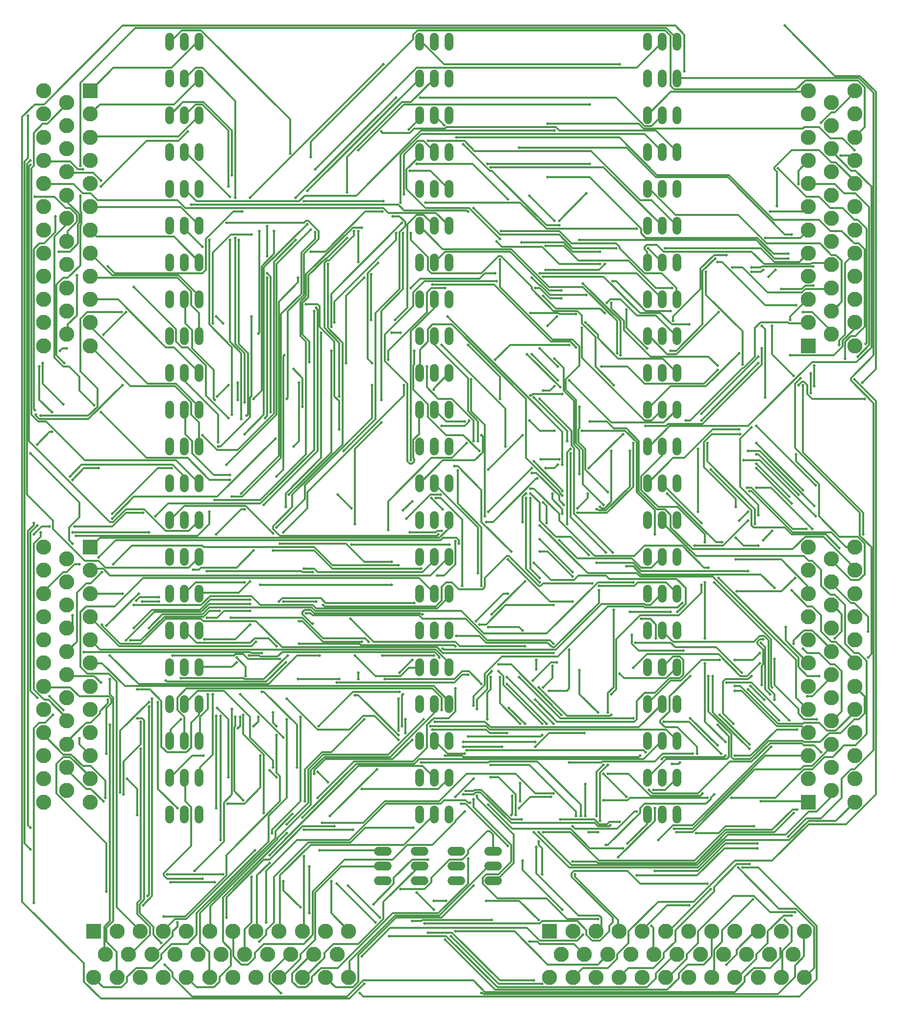
<source format=gbr>
G04 EAGLE Gerber X2 export*
%TF.Part,Single*%
%TF.FileFunction,Copper,L1,Top,Mixed*%
%TF.FilePolarity,Positive*%
%TF.GenerationSoftware,Autodesk,EAGLE,9.1.3*%
%TF.CreationDate,2020-04-16T01:31:32Z*%
G75*
%MOMM*%
%FSLAX34Y34*%
%LPD*%
%AMOC8*
5,1,8,0,0,1.08239X$1,22.5*%
G01*
%ADD10R,2.625000X2.625000*%
%ADD11C,2.625000*%
%ADD12C,1.524000*%
%ADD13C,0.304800*%
%ADD14C,0.503200*%


D10*
X808700Y-214000D03*
D11*
X848700Y-214000D03*
X888700Y-214000D03*
X928700Y-214000D03*
X968700Y-214000D03*
X1008700Y-214000D03*
X1048700Y-214000D03*
X1088700Y-214000D03*
X1128700Y-214000D03*
X1168700Y-214000D03*
X1208700Y-214000D03*
X1248700Y-214000D03*
X828700Y-254000D03*
X868700Y-254000D03*
X908700Y-254000D03*
X948700Y-254000D03*
X988700Y-254000D03*
X1028700Y-254000D03*
X1068700Y-254000D03*
X1108700Y-254000D03*
X1148700Y-254000D03*
X1188700Y-254000D03*
X1228700Y-254000D03*
X808700Y-294000D03*
X848700Y-294000D03*
X888700Y-294000D03*
X928700Y-294000D03*
X968700Y-294000D03*
X1008700Y-294000D03*
X1048700Y-294000D03*
X1088700Y-294000D03*
X1128700Y-294000D03*
X1168700Y-294000D03*
X1208700Y-294000D03*
X1248700Y-294000D03*
D10*
X21300Y-214000D03*
D11*
X61300Y-214000D03*
X101300Y-214000D03*
X141300Y-214000D03*
X181300Y-214000D03*
X221300Y-214000D03*
X261300Y-214000D03*
X301300Y-214000D03*
X341300Y-214000D03*
X381300Y-214000D03*
X421300Y-214000D03*
X461300Y-214000D03*
X41300Y-254000D03*
X81300Y-254000D03*
X121300Y-254000D03*
X161300Y-254000D03*
X201300Y-254000D03*
X241300Y-254000D03*
X281300Y-254000D03*
X321300Y-254000D03*
X361300Y-254000D03*
X401300Y-254000D03*
X441300Y-254000D03*
X21300Y-294000D03*
X61300Y-294000D03*
X101300Y-294000D03*
X141300Y-294000D03*
X181300Y-294000D03*
X221300Y-294000D03*
X261300Y-294000D03*
X301300Y-294000D03*
X341300Y-294000D03*
X381300Y-294000D03*
X421300Y-294000D03*
X461300Y-294000D03*
D12*
X152400Y1313180D02*
X152400Y1328420D01*
X177800Y1328420D02*
X177800Y1313180D01*
X203200Y1313180D02*
X203200Y1328420D01*
X152400Y1264920D02*
X152400Y1249680D01*
X177800Y1249680D02*
X177800Y1264920D01*
X203200Y1264920D02*
X203200Y1249680D01*
X152400Y1201420D02*
X152400Y1186180D01*
X177800Y1186180D02*
X177800Y1201420D01*
X203200Y1201420D02*
X203200Y1186180D01*
X152400Y1137920D02*
X152400Y1122680D01*
X177800Y1122680D02*
X177800Y1137920D01*
X203200Y1137920D02*
X203200Y1122680D01*
X152400Y1074420D02*
X152400Y1059180D01*
X177800Y1059180D02*
X177800Y1074420D01*
X203200Y1074420D02*
X203200Y1059180D01*
X152400Y1010920D02*
X152400Y995680D01*
X177800Y995680D02*
X177800Y1010920D01*
X203200Y1010920D02*
X203200Y995680D01*
X152400Y947420D02*
X152400Y932180D01*
X177800Y932180D02*
X177800Y947420D01*
X203200Y947420D02*
X203200Y932180D01*
X152400Y883920D02*
X152400Y868680D01*
X177800Y868680D02*
X177800Y883920D01*
X203200Y883920D02*
X203200Y868680D01*
X152400Y820420D02*
X152400Y805180D01*
X177800Y805180D02*
X177800Y820420D01*
X203200Y820420D02*
X203200Y805180D01*
X152400Y756920D02*
X152400Y741680D01*
X177800Y741680D02*
X177800Y756920D01*
X203200Y756920D02*
X203200Y741680D01*
X152400Y693420D02*
X152400Y678180D01*
X177800Y678180D02*
X177800Y693420D01*
X203200Y693420D02*
X203200Y678180D01*
X152400Y629920D02*
X152400Y614680D01*
X177800Y614680D02*
X177800Y629920D01*
X203200Y629920D02*
X203200Y614680D01*
X152400Y566420D02*
X152400Y551180D01*
X177800Y551180D02*
X177800Y566420D01*
X203200Y566420D02*
X203200Y551180D01*
X152400Y502920D02*
X152400Y487680D01*
X177800Y487680D02*
X177800Y502920D01*
X203200Y502920D02*
X203200Y487680D01*
X152400Y439420D02*
X152400Y424180D01*
X177800Y424180D02*
X177800Y439420D01*
X203200Y439420D02*
X203200Y424180D01*
X152400Y375920D02*
X152400Y360680D01*
X177800Y360680D02*
X177800Y375920D01*
X203200Y375920D02*
X203200Y360680D01*
X152400Y312420D02*
X152400Y297180D01*
X177800Y297180D02*
X177800Y312420D01*
X203200Y312420D02*
X203200Y297180D01*
X152400Y248920D02*
X152400Y233680D01*
X177800Y233680D02*
X177800Y248920D01*
X203200Y248920D02*
X203200Y233680D01*
X152400Y185420D02*
X152400Y170180D01*
X177800Y170180D02*
X177800Y185420D01*
X203200Y185420D02*
X203200Y170180D01*
X152400Y121920D02*
X152400Y106680D01*
X177800Y106680D02*
X177800Y121920D01*
X203200Y121920D02*
X203200Y106680D01*
X152400Y58420D02*
X152400Y43180D01*
X177800Y43180D02*
X177800Y58420D01*
X203200Y58420D02*
X203200Y43180D01*
X152400Y-5080D02*
X152400Y-20320D01*
X177800Y-20320D02*
X177800Y-5080D01*
X203200Y-5080D02*
X203200Y-20320D01*
X584200Y1313180D02*
X584200Y1328420D01*
X609600Y1328420D02*
X609600Y1313180D01*
X635000Y1313180D02*
X635000Y1328420D01*
X584200Y1264920D02*
X584200Y1249680D01*
X609600Y1249680D02*
X609600Y1264920D01*
X635000Y1264920D02*
X635000Y1249680D01*
X584200Y1201420D02*
X584200Y1186180D01*
X609600Y1186180D02*
X609600Y1201420D01*
X635000Y1201420D02*
X635000Y1186180D01*
X584200Y1137920D02*
X584200Y1122680D01*
X609600Y1122680D02*
X609600Y1137920D01*
X635000Y1137920D02*
X635000Y1122680D01*
X584200Y1074420D02*
X584200Y1059180D01*
X609600Y1059180D02*
X609600Y1074420D01*
X635000Y1074420D02*
X635000Y1059180D01*
X584200Y1010920D02*
X584200Y995680D01*
X609600Y995680D02*
X609600Y1010920D01*
X635000Y1010920D02*
X635000Y995680D01*
X584200Y947420D02*
X584200Y932180D01*
X609600Y932180D02*
X609600Y947420D01*
X635000Y947420D02*
X635000Y932180D01*
X584200Y883920D02*
X584200Y868680D01*
X609600Y868680D02*
X609600Y883920D01*
X635000Y883920D02*
X635000Y868680D01*
X584200Y820420D02*
X584200Y805180D01*
X609600Y805180D02*
X609600Y820420D01*
X635000Y820420D02*
X635000Y805180D01*
X584200Y756920D02*
X584200Y741680D01*
X609600Y741680D02*
X609600Y756920D01*
X635000Y756920D02*
X635000Y741680D01*
X584200Y693420D02*
X584200Y678180D01*
X609600Y678180D02*
X609600Y693420D01*
X635000Y693420D02*
X635000Y678180D01*
X584200Y629920D02*
X584200Y614680D01*
X609600Y614680D02*
X609600Y629920D01*
X635000Y629920D02*
X635000Y614680D01*
X584200Y566420D02*
X584200Y551180D01*
X609600Y551180D02*
X609600Y566420D01*
X635000Y566420D02*
X635000Y551180D01*
X584200Y502920D02*
X584200Y487680D01*
X609600Y487680D02*
X609600Y502920D01*
X635000Y502920D02*
X635000Y487680D01*
X584200Y439420D02*
X584200Y424180D01*
X609600Y424180D02*
X609600Y439420D01*
X635000Y439420D02*
X635000Y424180D01*
X584200Y375920D02*
X584200Y360680D01*
X609600Y360680D02*
X609600Y375920D01*
X635000Y375920D02*
X635000Y360680D01*
X584200Y312420D02*
X584200Y297180D01*
X609600Y297180D02*
X609600Y312420D01*
X635000Y312420D02*
X635000Y297180D01*
X584200Y248920D02*
X584200Y233680D01*
X609600Y233680D02*
X609600Y248920D01*
X635000Y248920D02*
X635000Y233680D01*
X584200Y185420D02*
X584200Y170180D01*
X609600Y170180D02*
X609600Y185420D01*
X635000Y185420D02*
X635000Y170180D01*
X584200Y121920D02*
X584200Y106680D01*
X609600Y106680D02*
X609600Y121920D01*
X635000Y121920D02*
X635000Y106680D01*
X584200Y58420D02*
X584200Y43180D01*
X609600Y43180D02*
X609600Y58420D01*
X635000Y58420D02*
X635000Y43180D01*
X584200Y-5080D02*
X584200Y-20320D01*
X609600Y-20320D02*
X609600Y-5080D01*
X635000Y-5080D02*
X635000Y-20320D01*
X977900Y1313180D02*
X977900Y1328420D01*
X1003300Y1328420D02*
X1003300Y1313180D01*
X1028700Y1313180D02*
X1028700Y1328420D01*
X977900Y1264920D02*
X977900Y1249680D01*
X1003300Y1249680D02*
X1003300Y1264920D01*
X1028700Y1264920D02*
X1028700Y1249680D01*
X977900Y1201420D02*
X977900Y1186180D01*
X1003300Y1186180D02*
X1003300Y1201420D01*
X1028700Y1201420D02*
X1028700Y1186180D01*
X977900Y1137920D02*
X977900Y1122680D01*
X1003300Y1122680D02*
X1003300Y1137920D01*
X1028700Y1137920D02*
X1028700Y1122680D01*
X977900Y1074420D02*
X977900Y1059180D01*
X1003300Y1059180D02*
X1003300Y1074420D01*
X1028700Y1074420D02*
X1028700Y1059180D01*
X977900Y1010920D02*
X977900Y995680D01*
X1003300Y995680D02*
X1003300Y1010920D01*
X1028700Y1010920D02*
X1028700Y995680D01*
X977900Y947420D02*
X977900Y932180D01*
X1003300Y932180D02*
X1003300Y947420D01*
X1028700Y947420D02*
X1028700Y932180D01*
X977900Y883920D02*
X977900Y868680D01*
X1003300Y868680D02*
X1003300Y883920D01*
X1028700Y883920D02*
X1028700Y868680D01*
X977900Y820420D02*
X977900Y805180D01*
X1003300Y805180D02*
X1003300Y820420D01*
X1028700Y820420D02*
X1028700Y805180D01*
X977900Y756920D02*
X977900Y741680D01*
X1003300Y741680D02*
X1003300Y756920D01*
X1028700Y756920D02*
X1028700Y741680D01*
X977900Y693420D02*
X977900Y678180D01*
X1003300Y678180D02*
X1003300Y693420D01*
X1028700Y693420D02*
X1028700Y678180D01*
X977900Y629920D02*
X977900Y614680D01*
X1003300Y614680D02*
X1003300Y629920D01*
X1028700Y629920D02*
X1028700Y614680D01*
X977900Y566420D02*
X977900Y551180D01*
X1003300Y551180D02*
X1003300Y566420D01*
X1028700Y566420D02*
X1028700Y551180D01*
X977900Y502920D02*
X977900Y487680D01*
X1003300Y487680D02*
X1003300Y502920D01*
X1028700Y502920D02*
X1028700Y487680D01*
X977900Y439420D02*
X977900Y424180D01*
X1003300Y424180D02*
X1003300Y439420D01*
X1028700Y439420D02*
X1028700Y424180D01*
X977900Y375920D02*
X977900Y360680D01*
X1003300Y360680D02*
X1003300Y375920D01*
X1028700Y375920D02*
X1028700Y360680D01*
X977900Y312420D02*
X977900Y297180D01*
X1003300Y297180D02*
X1003300Y312420D01*
X1028700Y312420D02*
X1028700Y297180D01*
X977900Y248920D02*
X977900Y233680D01*
X1003300Y233680D02*
X1003300Y248920D01*
X1028700Y248920D02*
X1028700Y233680D01*
X977900Y185420D02*
X977900Y170180D01*
X1003300Y170180D02*
X1003300Y185420D01*
X1028700Y185420D02*
X1028700Y170180D01*
X977900Y121920D02*
X977900Y106680D01*
X1003300Y106680D02*
X1003300Y121920D01*
X1028700Y121920D02*
X1028700Y106680D01*
X977900Y58420D02*
X977900Y43180D01*
X1003300Y43180D02*
X1003300Y58420D01*
X1028700Y58420D02*
X1028700Y43180D01*
X977900Y-5080D02*
X977900Y-20320D01*
X1003300Y-20320D02*
X1003300Y-5080D01*
X1028700Y-5080D02*
X1028700Y-20320D01*
X528320Y-127000D02*
X513080Y-127000D01*
X513080Y-101600D02*
X528320Y-101600D01*
X528320Y-76200D02*
X513080Y-76200D01*
X576580Y-127000D02*
X591820Y-127000D01*
X591820Y-101600D02*
X576580Y-101600D01*
X576580Y-76200D02*
X591820Y-76200D01*
X640080Y-127000D02*
X655320Y-127000D01*
X655320Y-101600D02*
X640080Y-101600D01*
X640080Y-76200D02*
X655320Y-76200D01*
X703580Y-127000D02*
X718820Y-127000D01*
X718820Y-101600D02*
X703580Y-101600D01*
X703580Y-76200D02*
X718820Y-76200D01*
D10*
X1255400Y8600D03*
D11*
X1255400Y48600D03*
X1255400Y88600D03*
X1255400Y128600D03*
X1255400Y168600D03*
X1255400Y208600D03*
X1255400Y248600D03*
X1255400Y288600D03*
X1255400Y328600D03*
X1255400Y368600D03*
X1255400Y408600D03*
X1255400Y448600D03*
X1295400Y28600D03*
X1295400Y68600D03*
X1295400Y108600D03*
X1295400Y148600D03*
X1295400Y188600D03*
X1295400Y228600D03*
X1295400Y268600D03*
X1295400Y308600D03*
X1295400Y348600D03*
X1295400Y388600D03*
X1295400Y428600D03*
X1335400Y8600D03*
X1335400Y48600D03*
X1335400Y88600D03*
X1335400Y128600D03*
X1335400Y168600D03*
X1335400Y208600D03*
X1335400Y248600D03*
X1335400Y288600D03*
X1335400Y328600D03*
X1335400Y368600D03*
X1335400Y408600D03*
X1335400Y448600D03*
D10*
X1255400Y796000D03*
D11*
X1255400Y836000D03*
X1255400Y876000D03*
X1255400Y916000D03*
X1255400Y956000D03*
X1255400Y996000D03*
X1255400Y1036000D03*
X1255400Y1076000D03*
X1255400Y1116000D03*
X1255400Y1156000D03*
X1255400Y1196000D03*
X1255400Y1236000D03*
X1295400Y816000D03*
X1295400Y856000D03*
X1295400Y896000D03*
X1295400Y936000D03*
X1295400Y976000D03*
X1295400Y1016000D03*
X1295400Y1056000D03*
X1295400Y1096000D03*
X1295400Y1136000D03*
X1295400Y1176000D03*
X1295400Y1216000D03*
X1335400Y796000D03*
X1335400Y836000D03*
X1335400Y876000D03*
X1335400Y916000D03*
X1335400Y956000D03*
X1335400Y996000D03*
X1335400Y1036000D03*
X1335400Y1076000D03*
X1335400Y1116000D03*
X1335400Y1156000D03*
X1335400Y1196000D03*
X1335400Y1236000D03*
D10*
X14600Y1236000D03*
D11*
X14600Y1196000D03*
X14600Y1156000D03*
X14600Y1116000D03*
X14600Y1076000D03*
X14600Y1036000D03*
X14600Y996000D03*
X14600Y956000D03*
X14600Y916000D03*
X14600Y876000D03*
X14600Y836000D03*
X14600Y796000D03*
X-25400Y1216000D03*
X-25400Y1176000D03*
X-25400Y1136000D03*
X-25400Y1096000D03*
X-25400Y1056000D03*
X-25400Y1016000D03*
X-25400Y976000D03*
X-25400Y936000D03*
X-25400Y896000D03*
X-25400Y856000D03*
X-25400Y816000D03*
X-65400Y1236000D03*
X-65400Y1196000D03*
X-65400Y1156000D03*
X-65400Y1116000D03*
X-65400Y1076000D03*
X-65400Y1036000D03*
X-65400Y996000D03*
X-65400Y956000D03*
X-65400Y916000D03*
X-65400Y876000D03*
X-65400Y836000D03*
X-65400Y796000D03*
D10*
X14600Y448600D03*
D11*
X14600Y408600D03*
X14600Y368600D03*
X14600Y328600D03*
X14600Y288600D03*
X14600Y248600D03*
X14600Y208600D03*
X14600Y168600D03*
X14600Y128600D03*
X14600Y88600D03*
X14600Y48600D03*
X14600Y8600D03*
X-25400Y428600D03*
X-25400Y388600D03*
X-25400Y348600D03*
X-25400Y308600D03*
X-25400Y268600D03*
X-25400Y228600D03*
X-25400Y188600D03*
X-25400Y148600D03*
X-25400Y108600D03*
X-25400Y68600D03*
X-25400Y28600D03*
X-65400Y448600D03*
X-65400Y408600D03*
X-65400Y368600D03*
X-65400Y328600D03*
X-65400Y288600D03*
X-65400Y248600D03*
X-65400Y208600D03*
X-65400Y168600D03*
X-65400Y128600D03*
X-65400Y88600D03*
X-65400Y48600D03*
X-65400Y8600D03*
D13*
X917321Y907479D02*
X923227Y907479D01*
X974408Y856298D01*
X1017715Y856298D01*
X1080707Y627952D02*
X1080707Y596456D01*
X1163384Y513779D01*
X1163384Y488188D01*
X1157478Y226378D02*
X1151573Y220472D01*
X1112203Y220472D01*
X1108266Y216535D01*
X1108266Y161417D01*
X1125982Y143701D01*
X1092518Y21654D02*
X1086612Y15748D01*
X1086612Y13780D01*
X1078738Y5906D01*
X972439Y5906D01*
X964565Y-1969D01*
X964565Y-9843D01*
X909447Y-64961D01*
X905510Y-64961D01*
D14*
X917321Y907479D03*
X1017715Y856298D03*
X1080707Y627952D03*
X1163384Y488188D03*
X1157478Y226378D03*
X1125982Y143701D03*
X1092518Y21654D03*
X905510Y-64961D03*
D13*
X179134Y1257872D02*
X196850Y1275588D01*
X208661Y1275588D01*
X265748Y1218502D01*
X265748Y1051179D01*
X265748Y982282D02*
X265748Y799211D01*
X281496Y783463D01*
X281496Y698818D01*
X442913Y539369D02*
X466535Y515747D01*
X523621Y220472D02*
X643700Y220472D01*
X657479Y234252D01*
X669290Y234252D01*
X690944Y212598D01*
X734251Y212598D02*
X803148Y143701D01*
X990156Y-1969D02*
X990156Y-23622D01*
X927164Y-86614D01*
X179134Y1257872D02*
X177800Y1257300D01*
D14*
X265748Y1051179D03*
X265748Y982282D03*
X281496Y698818D03*
X442913Y539369D03*
X466535Y515747D03*
X523621Y220472D03*
X690944Y212598D03*
X734251Y212598D03*
X803148Y143701D03*
X990156Y-1969D03*
X927164Y-86614D03*
D13*
X179134Y1194880D02*
X196850Y1212596D01*
X208661Y1212596D01*
X253937Y1167321D01*
X253937Y1070864D01*
X271653Y978345D02*
X271653Y799211D01*
X287401Y783463D01*
X287401Y677164D01*
X285433Y675196D01*
X375984Y320866D02*
X381889Y320866D01*
X417322Y285433D01*
X484251Y285433D01*
X659448Y112205D02*
X783463Y112205D01*
X785432Y-68898D02*
X785432Y-114173D01*
X858266Y-187008D01*
X893699Y-187008D01*
X897636Y-190945D01*
X897636Y-204724D01*
X889762Y-212598D01*
X177800Y1193800D02*
X179134Y1194880D01*
X889762Y-212598D02*
X888700Y-214000D01*
D14*
X253937Y1070864D03*
X271653Y978345D03*
X285433Y675196D03*
X375984Y320866D03*
X484251Y285433D03*
X659448Y112205D03*
X783463Y112205D03*
X785432Y-68898D03*
D13*
X255905Y1053148D02*
X179134Y1129919D01*
X255905Y978345D02*
X255905Y803148D01*
X275590Y783463D01*
X275590Y669290D01*
X342519Y454724D02*
X456692Y454724D01*
X488188Y423228D01*
X535432Y423228D01*
X706692Y72835D02*
X773621Y72835D01*
X854329Y-7874D01*
X854329Y-15748D01*
X852361Y-116142D02*
X852361Y-120079D01*
X927164Y-194882D01*
X927164Y-212598D01*
X179134Y1129919D02*
X177800Y1130300D01*
X927164Y-212598D02*
X928700Y-214000D01*
D14*
X255905Y1053148D03*
X255905Y978345D03*
X275590Y669290D03*
X342519Y454724D03*
X535432Y423228D03*
X706692Y72835D03*
X854329Y-15748D03*
X852361Y-116142D03*
D13*
X198819Y1045274D02*
X179134Y1064959D01*
X198819Y1045274D02*
X375984Y1045274D01*
X385826Y1055116D01*
X474409Y1055116D01*
X586613Y1167321D01*
X816928Y1167321D01*
X866140Y903542D02*
X931101Y838581D01*
X931101Y779526D01*
X915353Y614172D02*
X915353Y527558D01*
X903542Y515747D01*
X897636Y515747D01*
X895668Y517716D01*
X966534Y324803D02*
X982282Y324803D01*
X992124Y314960D01*
X992124Y291338D01*
X1051179Y226378D02*
X1015746Y190945D01*
X1015746Y165354D01*
X999998Y149606D01*
X999998Y145669D01*
X1007872Y137795D01*
X1029526Y137795D01*
X1062990Y104331D01*
X1062990Y92520D01*
X1049211Y-169291D02*
X1011809Y-169291D01*
X968502Y-212598D01*
X179134Y1064959D02*
X177800Y1066800D01*
X968502Y-212598D02*
X968700Y-214000D01*
D14*
X816928Y1167321D03*
X866140Y903542D03*
X931101Y779526D03*
X915353Y614172D03*
X895668Y517716D03*
X966534Y324803D03*
X992124Y291338D03*
X1051179Y226378D03*
X1062990Y92520D03*
X1049211Y-169291D03*
D13*
X179134Y996061D02*
X179134Y1001967D01*
X179134Y996061D02*
X208661Y966534D01*
X425196Y937006D02*
X425196Y826770D01*
X450787Y801180D01*
X450787Y625983D01*
X364173Y539369D01*
X364173Y517716D01*
X330708Y484251D01*
X330708Y480314D01*
X342519Y468503D01*
X614172Y468503D01*
X616141Y470472D01*
X785432Y253937D02*
X785432Y238189D01*
X1051179Y153543D02*
X1098423Y106299D01*
X1086612Y-141732D02*
X1015746Y-212598D01*
X1009841Y-212598D01*
X179134Y1001967D02*
X177800Y1003300D01*
X1009841Y-212598D02*
X1008700Y-214000D01*
D14*
X208661Y966534D03*
X425196Y937006D03*
X616141Y470472D03*
X785432Y253937D03*
X785432Y238189D03*
X1051179Y153543D03*
X1098423Y106299D03*
X1086612Y-141732D03*
D13*
X320866Y675196D02*
X320866Y913384D01*
X320866Y675196D02*
X316929Y671259D01*
X387795Y334645D02*
X395669Y334645D01*
X399606Y330708D01*
X582676Y330708D01*
X588582Y324803D01*
X663385Y324803D01*
X700786Y287401D01*
X809054Y287401D01*
X814959Y281496D01*
X860235Y236220D02*
X860235Y194882D01*
X891731Y163386D01*
X901573Y72835D02*
X889762Y61024D01*
X889762Y-15748D01*
D14*
X320866Y913384D03*
X316929Y671259D03*
X387795Y334645D03*
X814959Y281496D03*
X860235Y236220D03*
X891731Y163386D03*
X901573Y72835D03*
X889762Y-15748D03*
D13*
X179134Y834644D02*
X179134Y875983D01*
X179134Y834644D02*
X190945Y822833D01*
X190945Y791337D01*
X228346Y753936D01*
X228346Y704723D01*
X230315Y702755D01*
X265748Y155512D02*
X265748Y139764D01*
X263779Y137795D01*
X263779Y27559D01*
X279527Y11811D01*
X393700Y-102362D02*
X393700Y-183071D01*
X627952Y-228346D02*
X714566Y-314960D01*
X1011809Y-314960D01*
X1031494Y-295275D01*
X1031494Y-287401D01*
X1047242Y-271653D01*
X1074801Y-271653D01*
X1088581Y-257874D01*
X1088581Y-214567D01*
X179134Y875983D02*
X177800Y876300D01*
X1088700Y-214000D02*
X1088581Y-214567D01*
D14*
X230315Y702755D03*
X265748Y155512D03*
X279527Y11811D03*
X393700Y-102362D03*
X393700Y-183071D03*
X627952Y-228346D03*
D13*
X11811Y669290D02*
X70866Y728345D01*
X11811Y669290D02*
X-72835Y669290D01*
X-78740Y675196D01*
X-78740Y677164D01*
X-82677Y490157D02*
X-82677Y486220D01*
X-92520Y476377D01*
X-92520Y-31496D01*
X-88583Y-35433D01*
X592519Y-200787D02*
X791337Y-200787D01*
X795274Y-196850D01*
X856298Y-196850D01*
X872046Y-212598D01*
X872046Y-220472D01*
X881888Y-230315D01*
X895668Y-230315D01*
X911416Y-214567D01*
X911416Y-204724D01*
X917321Y-198819D01*
X917321Y-190945D01*
X846455Y-120079D01*
X846455Y-114173D01*
X850392Y-110236D01*
X942912Y-110236D01*
X964565Y-131890D01*
X1080707Y-131890D01*
D14*
X70866Y728345D03*
X-78740Y677164D03*
X-82677Y490157D03*
X-88583Y-35433D03*
X592519Y-200787D03*
X1080707Y-131890D03*
D13*
X179134Y734251D02*
X179134Y748030D01*
X179134Y734251D02*
X236220Y677164D01*
X236220Y629920D01*
X257874Y326771D02*
X381889Y326771D01*
X417322Y291338D01*
X490157Y291338D01*
X496062Y285433D01*
X519684Y261811D02*
X608267Y261811D01*
X738188Y171260D02*
X765747Y143701D01*
X870077Y39370D02*
X870077Y-15748D01*
X1114171Y-271653D02*
X1131888Y-253937D01*
X1131888Y-246063D01*
X1163384Y-214567D01*
X1167321Y-214567D01*
X179134Y748030D02*
X177800Y749300D01*
X1167321Y-214567D02*
X1168700Y-214000D01*
D14*
X236220Y629920D03*
X257874Y326771D03*
X496062Y285433D03*
X519684Y261811D03*
X608267Y261811D03*
X738188Y171260D03*
X765747Y143701D03*
X870077Y39370D03*
X870077Y-15748D03*
X1114171Y-271653D03*
D13*
X179134Y643700D02*
X179134Y685038D01*
X179134Y643700D02*
X190945Y631889D01*
X190945Y610235D01*
X228346Y572834D01*
X255905Y572834D01*
X289370Y261811D02*
X307086Y261811D01*
X309055Y259842D01*
X338582Y259842D01*
X346456Y267716D01*
X610235Y267716D01*
X618109Y259842D01*
X618109Y257874D01*
X789369Y206693D02*
X838581Y157480D01*
X913384Y157480D01*
X915353Y159449D01*
X1061022Y-45276D02*
X1100392Y-45276D01*
X1112203Y-33465D01*
X1161415Y-33465D01*
X179134Y685038D02*
X177800Y685800D01*
D14*
X255905Y572834D03*
X289370Y261811D03*
X618109Y257874D03*
X789369Y206693D03*
X915353Y159449D03*
X1061022Y-45276D03*
X1161415Y-33465D03*
D13*
X106299Y507873D02*
X76772Y507873D01*
X53150Y484251D01*
X-11811Y484251D01*
X-55118Y484251D02*
X-68898Y484251D01*
X-82677Y470472D01*
X690944Y-320866D02*
X692912Y-320866D01*
X694881Y-322834D01*
X1202754Y-322834D01*
X1232281Y-293307D01*
X1232281Y-273622D01*
X1248029Y-257874D01*
X1248029Y-214567D01*
X1248700Y-214000D01*
D14*
X106299Y507873D03*
X-11811Y484251D03*
X-55118Y484251D03*
X-82677Y470472D03*
X690944Y-320866D03*
D13*
X177165Y559054D02*
X177165Y570865D01*
X157480Y590550D01*
X0Y590550D01*
X-19685Y570865D01*
X153543Y-129921D02*
X230315Y-129921D01*
X608267Y-161417D02*
X629920Y-161417D01*
X698818Y-161417D02*
X755904Y-161417D01*
X789369Y-194882D01*
X177800Y558800D02*
X177165Y559054D01*
D14*
X-19685Y570865D03*
X153543Y-129921D03*
X230315Y-129921D03*
X608267Y-161417D03*
X629920Y-161417D03*
X698818Y-161417D03*
X789369Y-194882D03*
D13*
X116142Y474409D02*
X-15748Y474409D01*
X-49213Y159449D02*
X-62992Y145669D01*
X-72835Y145669D01*
X-82677Y135827D01*
X-82677Y-165354D01*
X773621Y-232283D02*
X787400Y-232283D01*
X791337Y-236220D01*
X850392Y-236220D01*
X868109Y-253937D01*
X868700Y-254000D01*
D14*
X116142Y474409D03*
X-15748Y474409D03*
X-49213Y159449D03*
X-82677Y-165354D03*
X773621Y-232283D03*
D13*
X131890Y31496D02*
X131890Y181102D01*
X131890Y31496D02*
X165354Y-1969D01*
X578739Y-147638D02*
X608267Y-177165D01*
X645668Y-214567D02*
X748030Y-214567D01*
X805117Y-271653D01*
X891731Y-271653D01*
X907479Y-255905D01*
X908700Y-254000D01*
D14*
X131890Y181102D03*
X165354Y-1969D03*
X578739Y-147638D03*
X608267Y-177165D03*
X645668Y-214567D03*
D13*
X179134Y370078D02*
X196850Y387795D01*
X281496Y387795D01*
X309055Y383858D02*
X535432Y383858D01*
X677164Y13780D02*
X677164Y0D01*
X742125Y-64961D01*
X742125Y-94488D01*
X720471Y-116142D01*
X698818Y-116142D01*
X692912Y-122047D01*
X692912Y-131890D01*
X718503Y-157480D01*
X803148Y-157480D01*
X838581Y-192913D01*
X891731Y-192913D01*
X177800Y368300D02*
X179134Y370078D01*
D14*
X281496Y387795D03*
X309055Y383858D03*
X535432Y383858D03*
X677164Y13780D03*
X891731Y-192913D03*
D13*
X198819Y283464D02*
X179134Y303149D01*
X198819Y283464D02*
X291338Y283464D01*
X299212Y291338D01*
X322834Y291338D01*
X336614Y277559D01*
X354330Y187008D02*
X407480Y133858D01*
X462598Y133858D01*
X486220Y157480D01*
X505905Y157480D01*
X547243Y116142D01*
X586613Y76772D02*
X702755Y76772D01*
X704723Y78740D01*
X787400Y78740D01*
X862203Y3937D01*
X862203Y-15748D01*
X875983Y-43307D02*
X891731Y-43307D01*
X984250Y-204724D02*
X988187Y-208661D01*
X988187Y-253937D01*
X179134Y303149D02*
X177800Y304800D01*
X988187Y-253937D02*
X988700Y-254000D01*
D14*
X336614Y277559D03*
X354330Y187008D03*
X547243Y116142D03*
X586613Y76772D03*
X862203Y-15748D03*
X875983Y-43307D03*
X891731Y-43307D03*
X984250Y-204724D03*
D13*
X253937Y151575D02*
X234252Y171260D01*
X253937Y151575D02*
X253937Y51181D01*
X440944Y-131890D02*
X507873Y-198819D01*
X531495Y-222441D02*
X629920Y-222441D01*
X718503Y-311023D01*
X976376Y-311023D01*
X992124Y-295275D01*
X992124Y-287401D01*
X1023620Y-255905D01*
X1027557Y-255905D01*
X1028700Y-254000D01*
D14*
X234252Y171260D03*
X253937Y51181D03*
X440944Y-131890D03*
X507873Y-198819D03*
X531495Y-222441D03*
D13*
X177800Y177800D02*
X200787Y200787D01*
X246063Y200787D01*
X291338Y155512D01*
X291338Y120079D01*
X330708Y80709D01*
X330708Y68898D01*
X407480Y61024D02*
X425196Y43307D01*
X702755Y3937D02*
X744093Y-37402D01*
X844487Y-37402D01*
X877951Y-70866D01*
X935038Y-70866D01*
D14*
X330708Y68898D03*
X407480Y61024D03*
X425196Y43307D03*
X702755Y3937D03*
X935038Y-70866D03*
D13*
X177165Y116142D02*
X177165Y155512D01*
X165354Y167323D01*
X165354Y188976D01*
X181102Y204724D01*
X606298Y204724D01*
X622046Y188976D01*
X622046Y167323D01*
X667322Y122047D02*
X793306Y122047D01*
X795274Y124016D01*
X842518Y76772D02*
X897636Y76772D01*
X899605Y78740D01*
X990156Y78740D01*
X1003935Y92520D01*
X1055116Y92520D01*
X177800Y114300D02*
X177165Y116142D01*
D14*
X622046Y167323D03*
X667322Y122047D03*
X795274Y124016D03*
X842518Y76772D03*
X1055116Y92520D03*
D13*
X179134Y49213D02*
X179134Y9843D01*
X188976Y0D01*
X188976Y-66929D01*
X141732Y-114173D01*
X141732Y-118110D01*
X147638Y-124016D01*
X208661Y-124016D01*
X637794Y-222441D02*
X720471Y-305118D01*
X795274Y-305118D01*
X179134Y49213D02*
X177800Y50800D01*
D14*
X208661Y-124016D03*
X637794Y-222441D03*
X795274Y-305118D03*
D13*
X515747Y-190945D02*
X460629Y-135827D01*
X598424Y-216535D02*
X639763Y-216535D01*
X722440Y-299212D01*
X781495Y-299212D01*
D14*
X460629Y-135827D03*
X515747Y-190945D03*
X598424Y-216535D03*
X781495Y-299212D03*
D13*
X568897Y1216533D02*
X608267Y1255903D01*
X568897Y1216533D02*
X553149Y1216533D01*
X458661Y1122045D01*
X458661Y1061022D01*
X470472Y994093D02*
X470472Y986219D01*
X427165Y942912D01*
X423228Y942912D01*
X419291Y938975D01*
X419291Y826770D01*
X444881Y801180D01*
X444881Y708660D01*
X649605Y580708D02*
X649605Y523621D01*
X690944Y482283D01*
X690944Y381889D01*
X722440Y224409D02*
X722440Y179134D01*
X757873Y143701D01*
X757873Y41339D02*
X757873Y9843D01*
X789369Y-59055D02*
X789369Y-64961D01*
X795274Y-70866D01*
X795274Y-116142D01*
X608267Y1255903D02*
X609600Y1257300D01*
D14*
X458661Y1061022D03*
X470472Y994093D03*
X444881Y708660D03*
X649605Y580708D03*
X690944Y381889D03*
X722440Y224409D03*
X757873Y143701D03*
X757873Y41339D03*
X757873Y9843D03*
X789369Y-59055D03*
X795274Y-116142D03*
D13*
X625983Y1177163D02*
X610235Y1192911D01*
X647637Y1155510D02*
X929132Y1155510D01*
X994093Y1090549D01*
X1118108Y1090549D01*
X1194880Y1013778D01*
X1273620Y1013778D01*
X1293305Y994093D01*
X1312990Y994093D01*
X1334643Y972439D01*
X1342517Y972439D01*
X1352360Y962597D01*
X1352360Y828739D01*
X1336612Y812991D01*
X1328738Y812991D01*
X1318895Y803148D01*
X1318895Y773621D01*
X1334643Y738188D02*
X1372045Y700786D01*
X1372045Y21654D01*
X1320864Y-29528D01*
X1255903Y-29528D01*
X1192911Y-92520D01*
X1127951Y-92520D01*
X1057085Y-163386D01*
X996061Y-163386D01*
X944880Y-214567D01*
X944880Y-234252D01*
X925195Y-253937D01*
X925195Y-261811D01*
X909447Y-277559D01*
X866140Y-277559D01*
X850392Y-293307D01*
X610235Y1192911D02*
X609600Y1193800D01*
X850392Y-293307D02*
X848700Y-294000D01*
D14*
X625983Y1177163D03*
X647637Y1155510D03*
X1318895Y773621D03*
X1334643Y738188D03*
D13*
X608267Y1131888D02*
X590550Y1149604D01*
X580708Y1149604D01*
X557086Y1125982D01*
X557086Y1057085D01*
X549212Y1019683D02*
X537401Y1019683D01*
X549212Y1019683D02*
X559054Y1009841D01*
X559054Y1001967D01*
X549212Y992124D01*
X549212Y893699D01*
X507873Y852361D01*
X507873Y669290D01*
X452755Y614172D01*
X547243Y187008D02*
X547243Y131890D01*
X655511Y5906D02*
X663385Y5906D01*
X736219Y-66929D01*
X761810Y-92520D02*
X761810Y-108268D01*
X830707Y-177165D01*
X609600Y1130300D02*
X608267Y1131888D01*
D14*
X557086Y1057085D03*
X537401Y1019683D03*
X452755Y614172D03*
X547243Y187008D03*
X547243Y131890D03*
X655511Y5906D03*
X736219Y-66929D03*
X761810Y-92520D03*
X830707Y-177165D03*
D13*
X568897Y978345D02*
X568897Y990156D01*
X568897Y978345D02*
X598424Y948817D01*
X598424Y927164D01*
X604330Y921258D01*
X690944Y921258D01*
X720471Y950786D01*
X724408Y950786D01*
X777558Y897636D01*
X777558Y893699D01*
X814959Y856298D01*
X856298Y856298D01*
X864172Y848424D01*
X864172Y834644D01*
X887794Y811022D01*
X887794Y759841D01*
X919290Y728345D01*
X844487Y610235D02*
X844487Y499999D01*
X905510Y438976D01*
X946849Y336614D02*
X1017715Y336614D01*
X1090549Y226378D02*
X1090549Y163386D01*
X1153541Y100394D01*
X1153541Y-98425D02*
X1131888Y-98425D01*
X1092518Y-137795D01*
X1092518Y-145669D01*
X1025589Y-212598D01*
X1025589Y-232283D01*
X1005904Y-251968D01*
X1005904Y-259842D01*
X988187Y-277559D01*
X944880Y-277559D01*
X929132Y-293307D01*
X928700Y-294000D01*
D14*
X568897Y990156D03*
X919290Y728345D03*
X844487Y610235D03*
X905510Y438976D03*
X946849Y336614D03*
X1017715Y336614D03*
X1090549Y226378D03*
X1153541Y100394D03*
X1153541Y-98425D03*
D13*
X608267Y1003935D02*
X590550Y1021652D01*
X578739Y1021652D01*
X562991Y1005904D01*
X562991Y862203D01*
X541338Y840550D01*
X622046Y797243D02*
X732282Y687007D01*
X732282Y622046D01*
X777558Y576771D02*
X785432Y576771D01*
X824802Y537401D01*
X824802Y529527D01*
X832676Y521653D01*
X919290Y340551D02*
X919290Y206693D01*
X909447Y196850D01*
X909447Y163386D01*
X909447Y72835D02*
X895668Y59055D01*
X895668Y-23622D01*
X609600Y1003300D02*
X608267Y1003935D01*
D14*
X541338Y840550D03*
X622046Y797243D03*
X732282Y622046D03*
X777558Y576771D03*
X832676Y521653D03*
X919290Y340551D03*
X909447Y163386D03*
X909447Y72835D03*
X895668Y-23622D03*
D13*
X610235Y940943D02*
X627952Y958660D01*
X740156Y958660D01*
X807085Y891731D01*
X828739Y891731D01*
X860235Y978345D02*
X1165352Y978345D01*
X1196848Y946849D01*
X1220470Y946849D01*
X1165352Y657479D02*
X1267714Y555117D01*
X1232281Y-181102D02*
X1188974Y-181102D01*
X1161415Y-153543D01*
X1125982Y-153543D01*
X1064959Y-214567D01*
X1064959Y-234252D01*
X1045274Y-253937D01*
X1045274Y-261811D01*
X1013778Y-293307D01*
X1009841Y-293307D01*
X609600Y939800D02*
X610235Y940943D01*
X1009841Y-293307D02*
X1008700Y-294000D01*
D14*
X828739Y891731D03*
X860235Y978345D03*
X1220470Y946849D03*
X1165352Y657479D03*
X1267714Y555117D03*
X1232281Y-181102D03*
D13*
X608267Y860235D02*
X608267Y875983D01*
X608267Y860235D02*
X568897Y820865D01*
X568897Y598424D01*
X612204Y533464D02*
X620078Y533464D01*
X657479Y496062D01*
X657479Y381889D01*
X702755Y311023D02*
X755904Y311023D01*
X761810Y305118D01*
X909447Y57087D02*
X944880Y57087D01*
X982282Y19685D01*
X1068896Y19685D01*
X1072833Y23622D01*
X609600Y876300D02*
X608267Y875983D01*
D14*
X568897Y598424D03*
X612204Y533464D03*
X657479Y381889D03*
X702755Y311023D03*
X761810Y305118D03*
X909447Y57087D03*
X1072833Y23622D03*
D13*
X610235Y797243D02*
X610235Y811022D01*
X610235Y797243D02*
X667322Y740156D01*
X667322Y683070D01*
X685038Y665353D01*
X685038Y631889D01*
X775589Y541338D02*
X791337Y525590D01*
X791337Y494094D01*
X818896Y466535D01*
X844487Y466535D01*
X875983Y435039D01*
X889762Y421259D02*
X952754Y421259D01*
X966534Y407480D01*
X1151573Y407480D01*
X1155510Y208661D02*
X1179132Y185039D01*
X1159447Y-159449D02*
X1106297Y-212598D01*
X1106297Y-232283D01*
X1092518Y-246063D01*
X1092518Y-291338D01*
X1090549Y-293307D01*
X610235Y811022D02*
X609600Y812800D01*
X1088700Y-294000D02*
X1090549Y-293307D01*
D14*
X685038Y631889D03*
X775589Y541338D03*
X875983Y435039D03*
X889762Y421259D03*
X1151573Y407480D03*
X1155510Y208661D03*
X1179132Y185039D03*
X1159447Y-159449D03*
D13*
X673227Y683070D02*
X673227Y738188D01*
X673227Y683070D02*
X696849Y659448D01*
X696849Y501968D01*
X736219Y427165D02*
X809054Y354330D01*
X848424Y354330D01*
X1114171Y214567D02*
X1157478Y214567D01*
X1222439Y149606D01*
X1226376Y-187008D02*
X1212596Y-187008D01*
X1185037Y-214567D01*
X1185037Y-234252D01*
X1165352Y-253937D01*
X1165352Y-261811D01*
X1133856Y-293307D01*
X1129919Y-293307D01*
X1128700Y-294000D01*
D14*
X673227Y738188D03*
X696849Y501968D03*
X736219Y427165D03*
X848424Y354330D03*
X1114171Y214567D03*
X1222439Y149606D03*
X1226376Y-187008D03*
D13*
X629920Y665353D02*
X610235Y685038D01*
X629920Y665353D02*
X661416Y665353D01*
X775589Y549212D02*
X781495Y549212D01*
X824802Y505905D01*
X824802Y494094D01*
X885825Y433070D01*
X954723Y433070D01*
X972439Y450787D01*
X1037400Y450787D01*
X1074801Y413385D01*
X1082675Y413385D01*
X1092518Y387795D02*
X1190943Y289370D01*
X1190943Y208661D01*
X1192911Y206693D01*
X610235Y685038D02*
X609600Y685800D01*
D14*
X661416Y665353D03*
X775589Y549212D03*
X1082675Y413385D03*
X1092518Y387795D03*
X1192911Y206693D03*
D13*
X649605Y588582D02*
X643700Y588582D01*
X649605Y588582D02*
X690944Y547243D01*
X690944Y492125D01*
X742125Y440944D01*
X791337Y440944D02*
X805117Y440944D01*
X848424Y397637D01*
X956691Y283464D02*
X1017715Y283464D01*
X1025589Y275590D01*
X1096455Y275590D01*
X1139762Y232283D01*
X1151573Y202756D02*
X1204722Y149606D01*
X1214565Y-194882D02*
X1226376Y-206693D01*
X1226376Y-232283D01*
X1210628Y-248031D01*
X1210628Y-293307D01*
X1208700Y-294000D01*
D14*
X643700Y588582D03*
X742125Y440944D03*
X791337Y440944D03*
X848424Y397637D03*
X956691Y283464D03*
X1139762Y232283D03*
X1151573Y202756D03*
X1204722Y149606D03*
X1214565Y-194882D03*
D13*
X685038Y482283D02*
X610235Y557086D01*
X685038Y482283D02*
X685038Y403543D01*
X755904Y224409D02*
X826770Y153543D01*
X952754Y153543D01*
X1005904Y147638D02*
X1049211Y147638D01*
X1104329Y92520D01*
X1133856Y-104331D02*
X1204722Y-175197D01*
X1234250Y-175197D01*
X1265746Y-206693D01*
X1265746Y-277559D01*
X1249998Y-293307D01*
X610235Y557086D02*
X609600Y558800D01*
X1248700Y-294000D02*
X1249998Y-293307D01*
D14*
X685038Y403543D03*
X755904Y224409D03*
X952754Y153543D03*
X1005904Y147638D03*
X1104329Y92520D03*
X1133856Y-104331D03*
D13*
X608267Y425196D02*
X608267Y431102D01*
X608267Y425196D02*
X588582Y405511D01*
X407480Y405511D01*
X401574Y411417D01*
X383858Y411417D01*
X352362Y250000D02*
X318897Y216535D01*
X147638Y216535D01*
X145669Y218504D01*
X122047Y187008D02*
X122047Y-153543D01*
X106299Y-169291D01*
X608267Y431102D02*
X609600Y431800D01*
D14*
X383858Y411417D03*
X352362Y250000D03*
X145669Y218504D03*
X122047Y187008D03*
X106299Y-169291D03*
D13*
X608267Y370078D02*
X582676Y395669D01*
X106299Y395669D01*
X57087Y346456D01*
X7874Y346456D01*
X-1969Y336614D01*
X-1969Y242126D01*
X9843Y230315D01*
X47244Y230315D01*
X61024Y216535D01*
X61024Y-173228D01*
X100394Y-212598D01*
X609600Y368300D02*
X608267Y370078D01*
X100394Y-212598D02*
X101300Y-214000D01*
X586613Y332677D02*
X588582Y332677D01*
X586613Y332677D02*
X584645Y334645D01*
X401574Y334645D01*
X395669Y340551D01*
X385826Y340551D01*
X381889Y336614D01*
X381889Y332677D01*
X397637Y316929D01*
X399606Y316929D01*
X377952Y155512D02*
X377952Y9843D01*
X328740Y-39370D01*
X328740Y-45276D01*
X299212Y-74803D02*
X181102Y-192913D01*
X161417Y-192913D01*
X141732Y-212598D01*
X141300Y-214000D01*
D14*
X588582Y332677D03*
X399606Y316929D03*
X377952Y155512D03*
X328740Y-45276D03*
X299212Y-74803D03*
D13*
X645668Y165354D02*
X645668Y204724D01*
X645668Y165354D02*
X633857Y153543D01*
X608267Y153543D01*
X596456Y141732D01*
X596456Y102362D01*
X572834Y78740D01*
X470472Y78740D01*
X407480Y15748D01*
X381889Y-33465D02*
X437007Y-33465D01*
X381889Y-33465D02*
X324803Y-90551D01*
X314960Y-90551D01*
X250000Y-155512D01*
X250000Y-190945D01*
D14*
X645668Y204724D03*
X407480Y15748D03*
X437007Y-33465D03*
X250000Y-190945D03*
D13*
X608267Y161417D02*
X608267Y177165D01*
X608267Y161417D02*
X533464Y86614D01*
X419291Y86614D01*
X395669Y62992D01*
X395669Y3937D01*
X338582Y-53150D01*
X338582Y-55118D01*
X222441Y-171260D01*
X222441Y-212598D01*
X608267Y177165D02*
X609600Y177800D01*
X222441Y-212598D02*
X221300Y-214000D01*
X610235Y114173D02*
X631889Y92520D01*
X661416Y92520D01*
X661416Y-7874D02*
X645668Y-23622D01*
X645668Y-25591D01*
X606298Y-64961D01*
X562991Y-64961D01*
X537401Y-90551D01*
X454724Y-90551D01*
X399606Y-145669D01*
X399606Y-220472D01*
X383858Y-236220D01*
X314960Y-236220D01*
X299212Y-251968D01*
X299212Y-259842D01*
X287401Y-271653D01*
X275590Y-271653D01*
X261811Y-257874D01*
X261811Y-214567D01*
X609600Y114300D02*
X610235Y114173D01*
X261300Y-214000D02*
X261811Y-214567D01*
D14*
X661416Y92520D03*
X661416Y-7874D03*
D13*
X608267Y51181D02*
X588582Y70866D01*
X478346Y70866D01*
X324803Y-82677D01*
X324803Y-96457D02*
X303149Y-118110D01*
X303149Y-212598D01*
X608267Y51181D02*
X609600Y50800D01*
X303149Y-212598D02*
X301300Y-214000D01*
D14*
X324803Y-82677D03*
X324803Y-96457D03*
D13*
X557086Y-64961D02*
X608267Y-13780D01*
X557086Y-64961D02*
X395669Y-64961D01*
X342519Y-118110D01*
X342519Y-212598D01*
X608267Y-13780D02*
X609600Y-12700D01*
X342519Y-212598D02*
X341300Y-214000D01*
X958660Y1275588D02*
X1001967Y1318895D01*
X958660Y1275588D02*
X578739Y1275588D01*
X403543Y1100392D01*
X403543Y992124D02*
X403543Y980313D01*
X379921Y956691D01*
X379921Y885825D01*
X344488Y850392D01*
X344488Y602361D01*
X277559Y535432D01*
X259842Y535432D01*
X279527Y159449D02*
X279527Y125984D01*
X314960Y90551D01*
X314960Y-9843D01*
X383858Y-84646D02*
X383858Y-210630D01*
X381889Y-212598D01*
X1001967Y1318895D02*
X1003300Y1320800D01*
X381889Y-212598D02*
X381300Y-214000D01*
D14*
X403543Y1100392D03*
X403543Y992124D03*
X259842Y535432D03*
X279527Y159449D03*
X314960Y-9843D03*
X383858Y-84646D03*
D13*
X1041337Y1269683D02*
X1041337Y1332675D01*
X1025589Y1348423D01*
X70866Y1348423D01*
X-64961Y1212596D01*
X-80709Y1212596D01*
X-102362Y1190943D01*
X-102362Y-163386D01*
X3937Y-269685D01*
X3937Y-301181D01*
X33465Y-330708D01*
X462598Y-330708D01*
X488188Y-305118D01*
D14*
X1041337Y1269683D03*
X488188Y-305118D03*
D13*
X984250Y1175195D02*
X1001967Y1192911D01*
X984250Y1175195D02*
X972439Y1175195D01*
X923227Y1224407D01*
X584645Y1224407D01*
X543306Y1224407D02*
X370078Y1051179D01*
X320866Y1001967D02*
X320866Y950786D01*
X320866Y921258D02*
X326771Y915353D01*
X326771Y681101D01*
X478346Y232283D02*
X478346Y220472D01*
X488188Y151575D02*
X431102Y94488D01*
X415354Y94488D01*
X385826Y64961D01*
X385826Y9843D01*
X431102Y-127953D02*
X431102Y-183071D01*
X460629Y-212598D01*
X1001967Y1192911D02*
X1003300Y1193800D01*
X460629Y-212598D02*
X461300Y-214000D01*
D14*
X584645Y1224407D03*
X543306Y1224407D03*
X370078Y1051179D03*
X320866Y1001967D03*
X320866Y950786D03*
X320866Y921258D03*
X326771Y681101D03*
X478346Y232283D03*
X478346Y220472D03*
X488188Y151575D03*
X385826Y9843D03*
X431102Y-127953D03*
D13*
X1001967Y1131888D02*
X972439Y1161415D01*
X586613Y1161415D01*
X551180Y1125982D01*
X551180Y1043305D01*
X543306Y990156D02*
X543306Y978345D01*
X437007Y872046D01*
X437007Y836613D01*
X413385Y818896D02*
X413385Y602361D01*
X352362Y541338D01*
X352362Y517716D01*
X305118Y155512D02*
X305118Y147638D01*
X297244Y139764D01*
X49213Y141732D02*
X49213Y-196850D01*
X39370Y-206693D01*
X39370Y-253937D01*
X1003300Y1130300D02*
X1001967Y1131888D01*
X41300Y-254000D02*
X39370Y-253937D01*
D14*
X551180Y1043305D03*
X543306Y990156D03*
X437007Y836613D03*
X413385Y818896D03*
X352362Y517716D03*
X305118Y155512D03*
X297244Y139764D03*
X49213Y141732D03*
D13*
X848424Y958660D02*
X895668Y958660D01*
X848424Y958660D02*
X832676Y974408D01*
X759841Y974408D01*
X374015Y913384D02*
X374015Y905510D01*
X340551Y872046D01*
X340551Y606298D01*
X275590Y541338D01*
X273622Y155512D02*
X273622Y139764D01*
X269685Y135827D01*
X102362Y100394D02*
X102362Y-159449D01*
X96457Y-165354D01*
X96457Y-185039D01*
X118110Y-206693D01*
X118110Y-220472D01*
X82677Y-255905D01*
X81300Y-254000D01*
D14*
X895668Y958660D03*
X759841Y974408D03*
X374015Y913384D03*
X275590Y541338D03*
X273622Y155512D03*
X269685Y135827D03*
X102362Y100394D03*
D13*
X1001967Y1003935D02*
X901573Y1104329D01*
X706692Y1104329D01*
X484251Y999998D02*
X468503Y999998D01*
X387795Y919290D01*
X387795Y881888D01*
X377952Y872046D01*
X377952Y812991D01*
X387795Y803148D01*
X387795Y608267D01*
X309055Y529527D01*
X230315Y529527D01*
X259842Y169291D02*
X259842Y21654D01*
X246063Y7874D01*
X246063Y-59055D01*
X194882Y-110236D01*
X165354Y-198819D02*
X165354Y-206693D01*
X157480Y-214567D01*
X157480Y-222441D01*
X125984Y-253937D01*
X122047Y-253937D01*
X1001967Y1003935D02*
X1003300Y1003300D01*
X122047Y-253937D02*
X121300Y-254000D01*
D14*
X706692Y1104329D03*
X484251Y999998D03*
X230315Y529527D03*
X259842Y169291D03*
X194882Y-110236D03*
X165354Y-198819D03*
D13*
X1001967Y940943D02*
X978345Y964565D01*
X923227Y964565D02*
X848424Y964565D01*
X824802Y988187D01*
X722440Y988187D01*
X677164Y1033463D01*
X553149Y1007872D02*
X431102Y885825D01*
X431102Y828739D01*
X431102Y787400D02*
X431102Y612204D01*
X358267Y539369D01*
X330708Y163386D02*
X330708Y145669D01*
X336614Y139764D01*
X336614Y124016D02*
X336614Y59055D01*
X342519Y53150D01*
X342519Y9843D01*
X250000Y-82677D01*
X250000Y-118110D01*
X179134Y-188976D01*
X141732Y-188976D01*
X1003300Y939800D02*
X1001967Y940943D01*
D14*
X978345Y964565D03*
X923227Y964565D03*
X677164Y1033463D03*
X553149Y1007872D03*
X431102Y828739D03*
X431102Y787400D03*
X358267Y539369D03*
X330708Y163386D03*
X336614Y139764D03*
X336614Y124016D03*
X141732Y-188976D03*
D13*
X1001967Y877951D02*
X958660Y921258D01*
X791337Y921258D01*
X714566Y921258D02*
X696849Y921258D01*
X687007Y911416D01*
X584645Y911416D01*
X568897Y895668D01*
X405511Y862203D02*
X405511Y860235D01*
X407480Y858266D01*
X407480Y614172D01*
X314960Y521653D01*
X291338Y358267D02*
X222441Y358267D01*
X204724Y340551D01*
X122047Y340551D01*
X90551Y309055D01*
X96457Y153543D02*
X104331Y153543D01*
X108268Y149606D01*
X108268Y-159449D01*
X100394Y-167323D01*
X100394Y-183071D01*
X124016Y-206693D01*
X124016Y-220472D01*
X137795Y-234252D01*
X1003300Y876300D02*
X1001967Y877951D01*
D14*
X791337Y921258D03*
X714566Y921258D03*
X568897Y895668D03*
X405511Y862203D03*
X314960Y521653D03*
X291338Y358267D03*
X90551Y309055D03*
X96457Y153543D03*
X137795Y-234252D03*
D13*
X952754Y553149D02*
X952754Y627952D01*
X952754Y553149D02*
X907479Y507873D01*
X856298Y507873D01*
X812991Y244094D02*
X812991Y222441D01*
X797243Y206693D01*
X671259Y7874D02*
X667322Y7874D01*
X663385Y11811D01*
X625983Y11811D01*
X620078Y5906D01*
X525590Y5906D01*
X462598Y-57087D01*
X372047Y-57087D01*
X318897Y-110236D01*
X318897Y-198819D01*
D14*
X952754Y627952D03*
X856298Y507873D03*
X812991Y244094D03*
X797243Y206693D03*
X671259Y7874D03*
X318897Y-198819D03*
D13*
X838581Y631889D02*
X838581Y649605D01*
X781495Y706692D01*
X557086Y710629D02*
X557086Y728345D01*
X557086Y710629D02*
X389763Y543306D01*
X389763Y515747D01*
X348425Y474409D01*
X291338Y338582D02*
X246063Y338582D01*
X234252Y326771D01*
X216535Y326771D01*
X240157Y157480D02*
X240157Y-57087D01*
X293307Y-120079D02*
X293307Y-198819D01*
X281496Y-210630D01*
X281496Y-253937D01*
X281300Y-254000D01*
D14*
X838581Y631889D03*
X781495Y706692D03*
X557086Y728345D03*
X348425Y474409D03*
X291338Y338582D03*
X216535Y326771D03*
X240157Y157480D03*
X240157Y-57087D03*
X293307Y-120079D03*
D13*
X984250Y667322D02*
X1001967Y685038D01*
X984250Y667322D02*
X972439Y667322D01*
X864172Y775589D01*
X864172Y826770D01*
X824802Y1003935D02*
X803148Y1003935D01*
X708660Y1098423D01*
X704723Y1098423D01*
X659448Y1143699D01*
X-92520Y1120077D02*
X-92520Y1192911D01*
X-92520Y1120077D02*
X-98425Y1114171D01*
X-98425Y-62992D01*
X-88583Y-72835D01*
X1001967Y685038D02*
X1003300Y685800D01*
D14*
X864172Y826770D03*
X824802Y1003935D03*
X659448Y1143699D03*
X-92520Y1192911D03*
X-88583Y-72835D03*
D13*
X1001967Y606298D02*
X1001967Y622046D01*
X1001967Y606298D02*
X966534Y570865D01*
X966534Y547243D01*
X996061Y517716D01*
X1029526Y517716D01*
X1076770Y470472D01*
X1076770Y456692D01*
X1076770Y387795D02*
X1076770Y291338D01*
X1076770Y248031D02*
X1076770Y147638D01*
X1112203Y112205D01*
X1141730Y-104331D02*
X1169289Y-104331D01*
X1269683Y-204724D01*
X1269683Y-297244D01*
X1240155Y-326771D01*
X486220Y-326771D01*
X480314Y-320866D01*
X344488Y-320866D02*
X324803Y-301181D01*
X324803Y-287401D01*
X356299Y-255905D01*
X360236Y-255905D01*
X1001967Y622046D02*
X1003300Y622300D01*
X361300Y-254000D02*
X360236Y-255905D01*
D14*
X1076770Y456692D03*
X1076770Y387795D03*
X1076770Y291338D03*
X1076770Y248031D03*
X1112203Y112205D03*
X1141730Y-104331D03*
X480314Y-320866D03*
X344488Y-320866D03*
D13*
X1070864Y490157D02*
X1003935Y557086D01*
X1070864Y383858D02*
X1070864Y370078D01*
X1031494Y330708D01*
X964565Y330708D01*
X923227Y289370D01*
X923227Y202756D01*
X915353Y194882D01*
X868109Y127953D02*
X807085Y127953D01*
X783463Y104331D01*
X744093Y19685D02*
X744093Y-11811D01*
X742125Y-13780D01*
X667322Y-88583D02*
X667322Y-131890D01*
X616141Y-183071D01*
X537401Y-183071D01*
X442913Y-277559D01*
X413385Y-277559D01*
X397637Y-293307D01*
X397637Y-301181D01*
X387795Y-311023D01*
X374015Y-311023D01*
X364173Y-301181D01*
X364173Y-287401D01*
X395669Y-255905D01*
X399606Y-255905D01*
X1003935Y557086D02*
X1003300Y558800D01*
X401300Y-254000D02*
X399606Y-255905D01*
D14*
X1070864Y490157D03*
X1070864Y383858D03*
X915353Y194882D03*
X868109Y127953D03*
X783463Y104331D03*
X744093Y19685D03*
X742125Y-13780D03*
X667322Y-88583D03*
D13*
X1003935Y490157D02*
X1003935Y494094D01*
X1003935Y490157D02*
X1061022Y433070D01*
X1248029Y433070D01*
X1255903Y425196D01*
X1261809Y425196D01*
X1277557Y409448D01*
X1277557Y381889D01*
X1293305Y366141D01*
X1301179Y366141D01*
X1318895Y348425D01*
X1318895Y281496D01*
X1334643Y265748D01*
X1342517Y265748D01*
X1356297Y251968D01*
X1356297Y125984D01*
X1336612Y106299D01*
X1316927Y106299D01*
X1297242Y86614D01*
X1283462Y86614D01*
X1261809Y64961D01*
X1248029Y64961D01*
X1198817Y15748D01*
X1122045Y15748D01*
X1080707Y15748D02*
X946849Y15748D01*
X942912Y11811D01*
X901573Y11811D01*
X1003935Y494094D02*
X1003300Y495300D01*
D14*
X1122045Y15748D03*
X1080707Y15748D03*
X901573Y11811D03*
D13*
X984250Y413385D02*
X1001967Y431102D01*
X984250Y413385D02*
X966534Y413385D01*
X950786Y429133D01*
X856298Y429133D01*
X824802Y460629D01*
X814959Y348425D02*
X732282Y348425D01*
X698818Y314960D01*
X687007Y314960D01*
X667322Y228346D02*
X657479Y228346D01*
X643700Y214567D01*
X440944Y214567D01*
X354330Y151575D02*
X354330Y15748D01*
X322834Y-15748D01*
X322834Y-59055D01*
X198819Y-183071D01*
X198819Y-220472D01*
X183071Y-236220D01*
X155512Y-236220D01*
X137795Y-253937D01*
X137795Y-261811D01*
X122047Y-277559D01*
X94488Y-277559D01*
X78740Y-293307D01*
X78740Y-301181D01*
X68898Y-311023D01*
X37402Y-311023D01*
X21654Y-295275D01*
X1001967Y431102D02*
X1003300Y431800D01*
X21300Y-294000D02*
X21654Y-295275D01*
D14*
X824802Y460629D03*
X814959Y348425D03*
X687007Y314960D03*
X667322Y228346D03*
X440944Y214567D03*
X354330Y151575D03*
D13*
X982282Y348425D02*
X1001967Y368110D01*
X982282Y348425D02*
X974408Y348425D01*
X972439Y350393D01*
X897636Y350393D01*
X818896Y271653D01*
X625983Y271653D01*
X624015Y273622D01*
X547243Y417322D02*
X433070Y417322D01*
X401574Y448818D01*
X210630Y448818D01*
X208661Y450787D01*
X86614Y450787D01*
X55118Y419291D01*
X49213Y220472D02*
X49213Y194882D01*
X55118Y188976D01*
X55118Y-196850D01*
X43307Y-208661D01*
X43307Y-232283D01*
X61024Y-250000D01*
X61024Y-293307D01*
X1001967Y368110D02*
X1003300Y368300D01*
X61024Y-293307D02*
X61300Y-294000D01*
D14*
X624015Y273622D03*
X547243Y417322D03*
X55118Y419291D03*
X49213Y220472D03*
D13*
X1003935Y303149D02*
X1021652Y285433D01*
X1161415Y285433D01*
X1171258Y295275D01*
X1179132Y295275D01*
X1187006Y287401D01*
X1187006Y204724D01*
X1196848Y194882D01*
X1196848Y185039D01*
X1167321Y-70866D02*
X1110234Y-70866D01*
X1062990Y-118110D01*
X958660Y-118110D01*
X866140Y-220472D02*
X856298Y-230315D01*
X791337Y-230315D01*
X769684Y-208661D01*
X533464Y-208661D01*
X484251Y-257874D01*
X1003935Y303149D02*
X1003300Y304800D01*
D14*
X1196848Y185039D03*
X1167321Y-70866D03*
X958660Y-118110D03*
X866140Y-220472D03*
X484251Y-257874D03*
D13*
X1003935Y242126D02*
X1021652Y259842D01*
X1033463Y259842D01*
X1039368Y253937D01*
X1039368Y228346D01*
X1033463Y222441D01*
X1015746Y222441D01*
X990156Y196850D01*
X972439Y196850D01*
X958660Y183071D01*
X958660Y151575D01*
X954723Y147638D01*
X820865Y147638D01*
X783463Y185039D01*
X572834Y-35433D02*
X490157Y-35433D01*
X464566Y-61024D01*
X391732Y-61024D01*
X332677Y-120079D01*
X332677Y-198819D01*
X318897Y-212598D01*
X318897Y-220472D01*
X307086Y-232283D01*
X1003300Y241300D02*
X1003935Y242126D01*
D14*
X783463Y185039D03*
X572834Y-35433D03*
X307086Y-232283D03*
D13*
X962597Y137795D02*
X1001967Y177165D01*
X962597Y137795D02*
X706692Y137795D01*
X696849Y147638D01*
X610235Y147638D01*
X590550Y151575D02*
X529527Y90551D01*
X417322Y90551D01*
X391732Y64961D01*
X391732Y7874D01*
X354330Y-29528D01*
X354330Y-45276D02*
X244094Y-155512D01*
X244094Y-232283D01*
X257874Y-246063D01*
X257874Y-273622D01*
X238189Y-293307D01*
X238189Y-301181D01*
X228346Y-311023D01*
X198819Y-311023D01*
X183071Y-295275D01*
X1001967Y177165D02*
X1003300Y177800D01*
X183071Y-295275D02*
X181300Y-294000D01*
D14*
X610235Y147638D03*
X590550Y151575D03*
X354330Y-29528D03*
X354330Y-45276D03*
D13*
X970471Y82677D02*
X1001967Y114173D01*
X970471Y82677D02*
X582676Y82677D01*
X574802Y74803D01*
X474409Y74803D01*
X381889Y-17717D01*
X364173Y-11811D02*
X334645Y-41339D01*
X334645Y-53150D01*
X204724Y-183071D01*
X204724Y-234252D01*
X220472Y-250000D01*
X220472Y-293307D01*
X1001967Y114173D02*
X1003300Y114300D01*
X221300Y-294000D02*
X220472Y-293307D01*
D14*
X381889Y-17717D03*
X364173Y-11811D03*
D13*
X954723Y-7874D02*
X958660Y-7874D01*
X954723Y-7874D02*
X925195Y-37402D01*
X852361Y-37402D01*
X848424Y-33465D01*
D14*
X958660Y-7874D03*
X848424Y-33465D03*
D13*
X519684Y-102362D02*
X448818Y-102362D01*
X403543Y-147638D01*
X403543Y-228346D01*
X377952Y-253937D01*
X377952Y-261811D01*
X346456Y-293307D01*
X342519Y-293307D01*
X519684Y-102362D02*
X520700Y-101600D01*
X342519Y-293307D02*
X341300Y-294000D01*
X521653Y-163386D02*
X582676Y-102362D01*
X521653Y-163386D02*
X521653Y-192913D01*
X478346Y-236220D01*
X435039Y-236220D01*
X419291Y-251968D01*
X419291Y-259842D01*
X385826Y-293307D01*
X381889Y-293307D01*
X582676Y-102362D02*
X584200Y-101600D01*
X381889Y-293307D02*
X381300Y-294000D01*
X622046Y-190945D02*
X677164Y-135827D01*
X622046Y-190945D02*
X543306Y-190945D01*
X478346Y-255905D01*
X478346Y-301181D01*
X468503Y-311023D01*
X438976Y-311023D01*
X423228Y-295275D01*
X421300Y-294000D01*
D14*
X677164Y-135827D03*
D13*
X702755Y-102362D02*
X710629Y-102362D01*
X702755Y-102362D02*
X618109Y-187008D01*
X541338Y-187008D01*
X462598Y-265748D01*
X462598Y-293307D01*
X710629Y-102362D02*
X711200Y-101600D01*
X462598Y-293307D02*
X461300Y-294000D01*
X202756Y1318895D02*
X198819Y1318895D01*
X155512Y1275588D01*
X55118Y1275588D01*
X15748Y1236218D01*
X202756Y1318895D02*
X203200Y1320800D01*
X15748Y1236218D02*
X14600Y1236000D01*
X1214565Y1348423D02*
X1301179Y1261809D01*
X1344486Y1261809D01*
X1372045Y1234250D01*
X1372045Y755904D01*
X1348423Y732282D01*
X1196848Y255905D02*
X1196848Y210630D01*
X1238187Y169291D01*
X1238187Y161417D01*
X1248029Y151575D01*
X1269683Y151575D01*
D14*
X1214565Y1348423D03*
X1348423Y732282D03*
X1196848Y255905D03*
X1269683Y151575D03*
D13*
X202756Y1255903D02*
X159449Y1212596D01*
X31496Y1212596D01*
X15748Y1196848D01*
X202756Y1255903D02*
X203200Y1257300D01*
X15748Y1196848D02*
X14600Y1196000D01*
X153543Y1194880D02*
X175197Y1216533D01*
X210630Y1216533D01*
X259842Y1167321D01*
X259842Y1090549D01*
X307086Y994093D02*
X307086Y818896D01*
X305118Y816928D01*
X366141Y755904D02*
X381889Y740156D01*
X381889Y690944D01*
X720471Y246063D02*
X742125Y246063D01*
X828739Y159449D01*
X901573Y57087D02*
X940943Y17717D01*
X1023620Y-37402D02*
X1055116Y-37402D01*
X1181100Y88583D01*
X1253935Y88583D01*
X153543Y1194880D02*
X152400Y1193800D01*
X1253935Y88583D02*
X1255400Y88600D01*
D14*
X259842Y1090549D03*
X307086Y994093D03*
X305118Y816928D03*
X366141Y755904D03*
X381889Y690944D03*
X720471Y246063D03*
X828739Y159449D03*
X901573Y57087D03*
X940943Y17717D03*
X1023620Y-37402D03*
D13*
X167323Y1157478D02*
X202756Y1192911D01*
X167323Y1157478D02*
X15748Y1157478D01*
X202756Y1192911D02*
X203200Y1193800D01*
X15748Y1157478D02*
X14600Y1156000D01*
X578739Y1110234D02*
X675196Y1110234D01*
X736219Y1049211D01*
X775589Y533464D02*
X775589Y411417D01*
X791337Y395669D01*
X1127951Y200787D02*
X1139762Y200787D01*
X1200785Y139764D01*
X1244092Y139764D01*
X1253935Y129921D01*
X1255400Y128600D01*
D14*
X578739Y1110234D03*
X736219Y1049211D03*
X775589Y533464D03*
X791337Y395669D03*
X1127951Y200787D03*
D13*
X383858Y1007872D02*
X250000Y1007872D01*
X383858Y1007872D02*
X387795Y1011809D01*
X391732Y1011809D01*
X409448Y994093D01*
X409448Y980313D01*
X383858Y954723D01*
X383858Y883857D01*
X356299Y856298D01*
X356299Y706692D01*
X354330Y704723D01*
X604330Y533464D02*
X624015Y513779D01*
X791337Y486220D02*
X874014Y403543D01*
X958660Y403543D01*
X964565Y397637D01*
X1090549Y397637D01*
X1234250Y253937D01*
X1234250Y188976D01*
X1253935Y169291D01*
X1255400Y168600D01*
D14*
X250000Y1007872D03*
X354330Y704723D03*
X604330Y533464D03*
X624015Y513779D03*
X791337Y486220D03*
D13*
X547243Y1039368D02*
X188976Y1039368D01*
X547243Y1039368D02*
X557086Y1029526D01*
X665353Y1029526D01*
X667322Y1027557D01*
X773621Y1055116D02*
X816928Y1011809D01*
X816928Y773621D02*
X832676Y757873D01*
X832676Y718503D01*
X850392Y700786D01*
X850392Y625983D01*
X860235Y616141D01*
X860235Y574802D01*
X1086612Y582676D02*
X1157478Y511810D01*
X1157478Y486220D01*
X1161415Y482283D01*
X1214565Y482283D01*
X1226376Y470472D01*
X1285431Y470472D01*
X1309053Y446850D01*
D14*
X188976Y1039368D03*
X667322Y1027557D03*
X773621Y1055116D03*
X816928Y1011809D03*
X816928Y773621D03*
X860235Y574802D03*
X1086612Y582676D03*
X1309053Y446850D03*
D13*
X202756Y1003935D02*
X171260Y1035431D01*
X15748Y1035431D01*
X202756Y1003935D02*
X203200Y1003300D01*
X15748Y1035431D02*
X14600Y1036000D01*
X395669Y958660D02*
X421259Y958660D01*
X490157Y1027557D01*
X519684Y1027557D01*
X805117Y1179132D02*
X962597Y1179132D01*
X970471Y1171258D01*
X1246061Y1171258D01*
X1248029Y1173226D01*
X1273620Y1173226D01*
X1293305Y1153541D01*
X1314958Y1153541D01*
X1334643Y1133856D01*
X1216533Y311023D02*
X1216533Y287401D01*
X1253935Y250000D01*
X1255400Y248600D01*
D14*
X395669Y958660D03*
X519684Y1027557D03*
X805117Y1179132D03*
X1334643Y1133856D03*
X1216533Y311023D03*
D13*
X202756Y940943D02*
X159449Y984250D01*
X25591Y984250D01*
X15748Y994093D01*
X202756Y940943D02*
X203200Y939800D01*
X15748Y994093D02*
X14600Y996000D01*
X606298Y901573D02*
X712597Y901573D01*
X811022Y803148D01*
X844487Y803148D01*
X854329Y793306D01*
X1149604Y551180D02*
X1157478Y551180D01*
X1228344Y480314D01*
X1251966Y480314D01*
D14*
X606298Y901573D03*
X854329Y793306D03*
X1149604Y551180D03*
X1251966Y480314D03*
D13*
X202756Y877951D02*
X202756Y881888D01*
X167323Y917321D01*
X53150Y917321D01*
X15748Y954723D01*
X202756Y877951D02*
X203200Y876300D01*
X15748Y954723D02*
X14600Y956000D01*
X226378Y956691D02*
X226378Y834644D01*
X226378Y956691D02*
X257874Y988187D01*
X293307Y988187D01*
X801180Y968502D02*
X832676Y968502D01*
X858266Y942912D01*
X944880Y942912D01*
X992124Y895668D01*
X1019683Y895668D01*
X1165352Y592519D02*
X1222439Y535432D01*
D14*
X226378Y834644D03*
X293307Y988187D03*
X801180Y968502D03*
X1019683Y895668D03*
X1165352Y592519D03*
X1222439Y535432D03*
D13*
X202756Y812991D02*
X202756Y852361D01*
X188976Y866140D01*
X188976Y889762D01*
X165354Y913384D01*
X17717Y913384D01*
X15748Y915353D01*
X202756Y812991D02*
X203200Y812800D01*
X15748Y915353D02*
X14600Y916000D01*
X769684Y781495D02*
X826770Y724408D01*
X860235Y690944D02*
X860235Y653542D01*
X858266Y651574D01*
X858266Y629920D01*
X870077Y618109D01*
X870077Y582676D01*
X909447Y543306D01*
X1011809Y541338D02*
X1096455Y456692D01*
X1106297Y456692D01*
X1129919Y427165D02*
X1208659Y427165D01*
X1253935Y381889D01*
X1253935Y370078D01*
X1255400Y368600D01*
D14*
X769684Y781495D03*
X826770Y724408D03*
X860235Y690944D03*
X909447Y543306D03*
X1011809Y541338D03*
X1106297Y456692D03*
X1129919Y427165D03*
D13*
X202756Y749999D02*
X159449Y793306D01*
X145669Y793306D01*
X62992Y875983D01*
X15748Y875983D01*
X202756Y749999D02*
X203200Y749300D01*
X15748Y875983D02*
X14600Y876000D01*
X234252Y708660D02*
X253937Y728345D01*
X456692Y765747D02*
X456692Y881888D01*
X488188Y913384D01*
X777558Y913384D02*
X791337Y899605D01*
X793306Y899605D01*
X809054Y883857D01*
X872046Y883857D01*
X915353Y870077D02*
X915353Y860235D01*
X937006Y838581D01*
X937006Y822833D01*
X982282Y777558D01*
X1082675Y777558D01*
X1098423Y761810D01*
X1165352Y608267D02*
X1169289Y608267D01*
X1238187Y539369D01*
D14*
X234252Y708660D03*
X253937Y728345D03*
X456692Y765747D03*
X488188Y913384D03*
X777558Y913384D03*
X872046Y883857D03*
X915353Y870077D03*
X1098423Y761810D03*
X1165352Y608267D03*
X1238187Y539369D03*
D13*
X202756Y687007D02*
X202756Y690944D01*
X163386Y730314D01*
X114173Y730314D01*
X15748Y828739D01*
X15748Y834644D01*
X202756Y687007D02*
X203200Y685800D01*
X15748Y834644D02*
X14600Y836000D01*
X208661Y641731D02*
X234252Y616141D01*
X269685Y616141D01*
X332677Y679133D01*
X332677Y940943D01*
X370078Y978345D01*
X716534Y976376D02*
X726377Y966534D01*
X795274Y966534D01*
X824802Y937006D01*
X895668Y937006D01*
X1078738Y923227D02*
X1078738Y883857D01*
X1141730Y820865D01*
X1141730Y763778D01*
X1165352Y627952D02*
X1246061Y547243D01*
D14*
X208661Y641731D03*
X370078Y978345D03*
X716534Y976376D03*
X895668Y937006D03*
X1078738Y923227D03*
X1141730Y763778D03*
X1165352Y627952D03*
X1246061Y547243D03*
D13*
X202756Y624015D02*
X202756Y663385D01*
X188976Y677164D01*
X188976Y698818D01*
X161417Y726377D01*
X84646Y726377D01*
X15748Y795274D01*
X202756Y624015D02*
X203200Y622300D01*
X15748Y795274D02*
X14600Y796000D01*
X216535Y407480D02*
X379921Y407480D01*
X381889Y405511D01*
X399606Y405511D01*
X559054Y151575D02*
X559054Y127953D01*
X659448Y104331D02*
X726377Y104331D01*
X789369Y-43307D02*
X846455Y-100394D01*
X1062990Y-100394D01*
X1116140Y-47244D01*
X1216533Y-47244D01*
X1255903Y-7874D01*
X1269683Y-7874D01*
X1295273Y17717D01*
X1295273Y27559D01*
X1295400Y28600D01*
D14*
X216535Y407480D03*
X399606Y405511D03*
X559054Y151575D03*
X559054Y127953D03*
X659448Y104331D03*
X726377Y104331D03*
X789369Y-43307D03*
D13*
X202756Y559054D02*
X163386Y598424D01*
X5906Y598424D01*
X-61024Y665353D01*
X-74803Y665353D01*
X-86614Y677164D01*
X-86614Y1102360D01*
X-82677Y1106297D01*
X-82677Y1163384D01*
X-66929Y1179132D01*
X-59055Y1179132D01*
X-23622Y1214565D01*
X202756Y559054D02*
X203200Y558800D01*
X-23622Y1214565D02*
X-25400Y1216000D01*
X177165Y519684D02*
X153543Y496062D01*
X177165Y519684D02*
X283464Y519684D01*
X330708Y472440D01*
X330708Y442913D02*
X401574Y442913D01*
X433070Y411417D01*
X586613Y411417D01*
X720471Y234252D02*
X728345Y226378D01*
X728345Y210630D01*
X795274Y143701D01*
X980313Y29528D02*
X986219Y23622D01*
X1064959Y23622D01*
X1120077Y78740D01*
X1157478Y78740D01*
X1188974Y110236D01*
X1244092Y110236D01*
X1248029Y106299D01*
X1265746Y106299D01*
X1277557Y94488D01*
X153543Y496062D02*
X152400Y495300D01*
D14*
X330708Y472440D03*
X330708Y442913D03*
X586613Y411417D03*
X720471Y234252D03*
X795274Y143701D03*
X980313Y29528D03*
X1277557Y94488D03*
D13*
X202756Y494094D02*
X185039Y476377D01*
X145669Y476377D01*
X108268Y513779D01*
X76772Y513779D01*
X55118Y492125D01*
X49213Y492125D01*
X-90551Y631889D01*
X-90551Y1106297D01*
X-88583Y1108266D01*
X203200Y495300D02*
X202756Y494094D01*
D14*
X-88583Y1108266D03*
D13*
X232283Y157480D02*
X232283Y-1969D01*
X348425Y-127953D02*
X348425Y-143701D01*
X377952Y-173228D01*
X826770Y-21654D02*
X885825Y-21654D01*
X893699Y-29528D01*
X907479Y-29528D01*
X911416Y-25591D01*
X929132Y-25591D01*
X1027557Y-43307D02*
X1055116Y-43307D01*
X1163384Y64961D01*
X1242124Y64961D01*
X1248029Y70866D01*
X1261809Y70866D01*
X1295273Y104331D01*
X1295273Y108268D01*
X1295400Y108600D01*
D14*
X232283Y157480D03*
X232283Y-1969D03*
X348425Y-127953D03*
X377952Y-173228D03*
X826770Y-21654D03*
X929132Y-25591D03*
X1027557Y-43307D03*
D13*
X202756Y431102D02*
X185039Y413385D01*
X41339Y413385D01*
X29528Y425196D01*
X5906Y425196D01*
X-49213Y480314D01*
X-49213Y494094D01*
X-94488Y539369D01*
X-94488Y1110234D01*
X-88583Y1116140D01*
X203200Y431800D02*
X202756Y431102D01*
D14*
X-88583Y1116140D03*
D13*
X192913Y409448D02*
X202756Y409448D01*
X206693Y413385D01*
X267716Y413385D01*
X297244Y442913D01*
X336614Y570865D02*
X348425Y582676D01*
X348425Y777558D01*
X350393Y779526D01*
X791337Y704723D02*
X846455Y649605D01*
X846455Y624015D01*
X850392Y620078D01*
X850392Y505905D01*
X917321Y438976D01*
X940943Y415354D02*
X952754Y415354D01*
X966534Y401574D01*
X1173226Y401574D01*
X1196848Y377952D01*
X1246061Y273622D02*
X1253935Y265748D01*
X1273620Y265748D01*
X1293305Y246063D01*
X1301179Y246063D01*
X1312990Y234252D01*
X1312990Y165354D01*
X1297242Y149606D01*
X1295400Y148600D01*
D14*
X192913Y409448D03*
X297244Y442913D03*
X336614Y570865D03*
X350393Y779526D03*
X791337Y704723D03*
X917321Y438976D03*
X940943Y415354D03*
X1196848Y377952D03*
X1246061Y273622D03*
D13*
X271653Y370078D02*
X204724Y370078D01*
X271653Y370078D02*
X291338Y389763D01*
X259842Y677164D02*
X259842Y793306D01*
X220472Y832676D01*
X220472Y978345D01*
X33465Y1080707D02*
X19685Y1094486D01*
X-23622Y1094486D01*
X204724Y370078D02*
X203200Y368300D01*
X-23622Y1094486D02*
X-25400Y1096000D01*
D14*
X291338Y389763D03*
X259842Y677164D03*
X220472Y978345D03*
X33465Y1080707D03*
D13*
X157480Y261811D02*
X263779Y261811D01*
X265748Y263779D01*
X279527Y263779D01*
X287401Y255905D01*
X342519Y255905D01*
X374015Y220472D02*
X444881Y220472D01*
X472440Y192913D02*
X478346Y192913D01*
X547243Y124016D01*
X627952Y88583D02*
X657479Y88583D01*
X659448Y86614D01*
X962597Y86614D01*
X964565Y88583D01*
X1001967Y82677D02*
X1005904Y86614D01*
X1110234Y86614D01*
X1112203Y88583D01*
X1127951Y88583D02*
X1155510Y88583D01*
X1200785Y133858D01*
X1236218Y133858D01*
D14*
X157480Y261811D03*
X342519Y255905D03*
X374015Y220472D03*
X444881Y220472D03*
X472440Y192913D03*
X547243Y124016D03*
X627952Y88583D03*
X964565Y88583D03*
X1001967Y82677D03*
X1112203Y88583D03*
X1127951Y88583D03*
X1236218Y133858D03*
D13*
X133858Y354330D02*
X104331Y354330D01*
X-31496Y694881D02*
X-66929Y730314D01*
X-66929Y765747D01*
X-39370Y958660D02*
X-19685Y958660D01*
X-5906Y972439D01*
X-5906Y1005904D01*
X-3937Y1007872D01*
X-3937Y1023620D01*
X-23622Y1043305D01*
X-23622Y1055116D01*
X-25400Y1056000D01*
D14*
X133858Y354330D03*
X104331Y354330D03*
X-31496Y694881D03*
X-66929Y765747D03*
X-39370Y958660D03*
D13*
X116142Y173228D02*
X116142Y-151575D01*
X114173Y-153543D01*
X570865Y-196850D02*
X586613Y-196850D01*
X588582Y-194882D01*
X708660Y-194882D01*
X848424Y-94488D02*
X889762Y-94488D01*
X891731Y-96457D01*
X1061022Y-96457D01*
X1114171Y-43307D01*
X1196848Y-43307D01*
X1230313Y-9843D01*
X1253935Y190945D02*
X1261809Y190945D01*
X1295273Y224409D01*
X1295273Y228346D01*
X1295400Y228600D01*
D14*
X116142Y173228D03*
X114173Y-153543D03*
X570865Y-196850D03*
X708660Y-194882D03*
X848424Y-94488D03*
X1230313Y-9843D03*
X1253935Y190945D03*
D13*
X259842Y242126D02*
X204724Y242126D01*
X259842Y242126D02*
X267716Y250000D01*
X255905Y564960D02*
X220472Y564960D01*
X183071Y602361D01*
X112205Y602361D01*
X33465Y681101D01*
X21654Y692912D02*
X-3937Y718503D01*
X-3937Y742125D01*
X-21654Y759841D01*
X-31496Y759841D01*
X-47244Y775589D01*
X-47244Y984250D01*
X-25591Y1005904D01*
X-25591Y1015746D01*
X204724Y242126D02*
X203200Y241300D01*
X-25591Y1015746D02*
X-25400Y1016000D01*
D14*
X267716Y250000D03*
X255905Y564960D03*
X33465Y681101D03*
X21654Y692912D03*
D13*
X171260Y222441D02*
X279527Y222441D01*
X281496Y220472D01*
X314960Y220472D01*
X356299Y261811D01*
X375984Y281496D02*
X480314Y281496D01*
X482283Y279527D01*
X643700Y279527D01*
X645668Y277559D01*
X779526Y218504D02*
X811022Y250000D01*
X820865Y250000D01*
X952754Y240157D02*
X976376Y263779D01*
X1100392Y263779D01*
X1137793Y226378D01*
X1149604Y226378D01*
X1171258Y248031D01*
X1230313Y281496D02*
X1230313Y287401D01*
X1248029Y305118D01*
X1261809Y305118D01*
X1297242Y269685D01*
X1295400Y268600D01*
D14*
X171260Y222441D03*
X356299Y261811D03*
X375984Y281496D03*
X645668Y277559D03*
X779526Y218504D03*
X820865Y250000D03*
X952754Y240157D03*
X1171258Y248031D03*
X1230313Y281496D03*
D13*
X202756Y177165D02*
X202756Y159449D01*
X188976Y145669D01*
X188976Y102362D01*
X181102Y94488D01*
X147638Y94488D01*
X137795Y104331D01*
X137795Y183071D01*
X118110Y202756D01*
X96457Y202756D01*
X-47244Y1053148D02*
X-80709Y1053148D01*
X-47244Y1053148D02*
X-27559Y1033463D01*
X-19685Y1033463D01*
X-7874Y1021652D01*
X-7874Y1009841D01*
X-23622Y994093D01*
X-23622Y976376D01*
X203200Y177800D02*
X202756Y177165D01*
X-23622Y976376D02*
X-25400Y976000D01*
D14*
X96457Y202756D03*
X-80709Y1053148D03*
D13*
X153543Y133858D02*
X153543Y116142D01*
X153543Y133858D02*
X171260Y151575D01*
X466535Y452755D02*
X635826Y452755D01*
X734251Y224409D02*
X814959Y143701D01*
X1019683Y74803D02*
X1031494Y74803D01*
X1033463Y76772D01*
X153543Y116142D02*
X152400Y114300D01*
D14*
X171260Y151575D03*
X466535Y452755D03*
X635826Y452755D03*
X734251Y224409D03*
X814959Y143701D03*
X1019683Y74803D03*
X1033463Y76772D03*
D13*
X204724Y116142D02*
X204724Y155512D01*
X218504Y169291D01*
X218504Y194882D01*
X212598Y289370D02*
X265748Y289370D01*
X291338Y314960D01*
X253937Y671259D02*
X214567Y710629D01*
X214567Y761810D01*
X183071Y793306D01*
X173228Y793306D01*
X163386Y803148D01*
X163386Y824802D01*
X90551Y897636D01*
X204724Y116142D02*
X203200Y114300D01*
D14*
X218504Y194882D03*
X212598Y289370D03*
X291338Y314960D03*
X253937Y671259D03*
X90551Y897636D03*
D13*
X190945Y88583D02*
X153543Y51181D01*
X190945Y88583D02*
X210630Y88583D01*
X659448Y21654D02*
X677164Y21654D01*
X681101Y25591D01*
X688975Y25591D01*
X742125Y-27559D01*
X885825Y-27559D01*
X891731Y-33465D01*
X911416Y-33465D01*
X913384Y-31496D01*
X996061Y-57087D02*
X1021652Y-31496D01*
X1055116Y-31496D01*
X1190943Y104331D01*
X1301179Y291338D02*
X1312990Y303149D01*
X1312990Y332677D01*
X1297242Y348425D01*
X153543Y51181D02*
X152400Y50800D01*
X1295400Y348600D02*
X1297242Y348425D01*
D14*
X210630Y88583D03*
X659448Y21654D03*
X913384Y-31496D03*
X996061Y-57087D03*
X1190943Y104331D03*
X1301179Y291338D03*
D13*
X204724Y68898D02*
X204724Y51181D01*
X204724Y68898D02*
X226378Y90551D01*
X226378Y194882D01*
X133858Y362204D02*
X100394Y362204D01*
X94488Y356299D01*
X203200Y50800D02*
X204724Y51181D01*
D14*
X226378Y194882D03*
X133858Y362204D03*
X94488Y356299D03*
D13*
X797243Y-43307D02*
X844487Y-43307D01*
X893699Y-92520D01*
X1059053Y-92520D01*
X1112203Y-39370D01*
X1192911Y-39370D01*
X1228344Y-3937D01*
X1236218Y-3937D01*
X1358265Y303149D02*
X1358265Y328740D01*
X1334643Y352362D01*
X1328738Y352362D01*
X1297242Y383858D01*
X1297242Y387795D01*
X1295400Y388600D01*
D14*
X797243Y-43307D03*
X1236218Y-3937D03*
X1358265Y303149D03*
D13*
X588582Y1318895D02*
X584645Y1318895D01*
X588582Y1318895D02*
X625983Y1281494D01*
X929132Y1281494D01*
X1202754Y1102360D02*
X1251966Y1053148D01*
X1273620Y1053148D01*
X1293305Y1033463D01*
X1314958Y1033463D01*
X1334643Y1013778D01*
X1340549Y1013778D01*
X1356297Y998030D01*
X1356297Y801180D01*
X1354328Y799211D01*
X1234250Y608267D02*
X1234250Y596456D01*
X1273620Y557086D01*
X1273620Y501968D01*
X1309053Y466535D01*
X1340549Y466535D01*
X1352360Y454724D01*
X1352360Y401574D01*
X1342517Y391732D01*
X1328738Y391732D01*
X1297242Y423228D01*
X1297242Y427165D01*
X584645Y1318895D02*
X584200Y1320800D01*
X1295400Y428600D02*
X1297242Y427165D01*
D14*
X929132Y1281494D03*
X1202754Y1102360D03*
X1354328Y799211D03*
X1234250Y608267D03*
D13*
X521653Y1281494D02*
X291338Y1051179D01*
X277559Y1027557D02*
X261811Y1027557D01*
X214567Y980313D01*
X214567Y927164D01*
X208661Y921258D01*
X57087Y921258D01*
X45276Y933069D01*
X-7874Y917321D02*
X-7874Y848424D01*
X-23622Y832676D01*
X-23622Y816928D01*
X-25400Y816000D01*
D14*
X521653Y1281494D03*
X291338Y1051179D03*
X277559Y1027557D03*
X45276Y933069D03*
X-7874Y917321D03*
D13*
X389763Y1062990D02*
X582676Y1255903D01*
X389763Y1005904D02*
X314960Y931101D01*
X314960Y677164D01*
X281496Y643700D01*
X281496Y513779D02*
X275590Y513779D01*
X232283Y470472D01*
X273622Y194882D02*
X348425Y120079D01*
X663385Y27559D02*
X677164Y27559D01*
X679133Y29528D01*
X690944Y29528D01*
X742125Y-21654D01*
X759841Y-21654D01*
X781495Y-43307D02*
X842518Y-104331D01*
X1064959Y-104331D01*
X1112203Y-57087D01*
X1222439Y-57087D01*
X1255903Y-23622D01*
X1303147Y-23622D01*
X1334643Y7874D01*
X582676Y1255903D02*
X584200Y1257300D01*
X1335400Y8600D02*
X1334643Y7874D01*
D14*
X389763Y1062990D03*
X389763Y1005904D03*
X281496Y643700D03*
X281496Y513779D03*
X232283Y470472D03*
X273622Y194882D03*
X348425Y120079D03*
X663385Y27559D03*
X759841Y-21654D03*
X781495Y-43307D03*
D13*
X582676Y1187006D02*
X582676Y1192911D01*
X582676Y1187006D02*
X564960Y1169289D01*
X755904Y1137793D02*
X940943Y1137793D01*
X992124Y1086612D01*
X1116140Y1086612D01*
X1214565Y988187D01*
X1226376Y988187D01*
X1192911Y830707D02*
X1192911Y781495D01*
X1230313Y744093D01*
X1246061Y728345D02*
X1246061Y612204D01*
X1350391Y507873D01*
X1350391Y470472D01*
X584200Y1193800D02*
X582676Y1192911D01*
D14*
X564960Y1169289D03*
X755904Y1137793D03*
X1226376Y988187D03*
X1192911Y830707D03*
X1230313Y744093D03*
X1246061Y728345D03*
X1350391Y470472D03*
D13*
X582676Y1122045D02*
X582676Y1129919D01*
X582676Y1122045D02*
X561023Y1100392D01*
X561023Y1066927D01*
X594487Y1033463D01*
X669290Y1033463D01*
X722440Y980313D01*
X722440Y944880D02*
X722440Y897636D01*
X812991Y807085D01*
X848424Y807085D01*
X860235Y795274D01*
X860235Y761810D01*
X836613Y738188D01*
X836613Y720471D01*
X854329Y702755D01*
X854329Y627952D01*
X866140Y616141D01*
X866140Y557086D01*
X901573Y521653D01*
X1100392Y395669D02*
X1238187Y257874D01*
X1238187Y242126D01*
X1253935Y226378D01*
X1273620Y226378D01*
X584200Y1130300D02*
X582676Y1129919D01*
D14*
X722440Y980313D03*
X722440Y944880D03*
X901573Y521653D03*
X1100392Y395669D03*
X1273620Y226378D03*
D13*
X877951Y1086612D02*
X805117Y1086612D01*
X877951Y1086612D02*
X966534Y998030D01*
X966534Y990156D01*
X974408Y982282D01*
X1167321Y982282D01*
X1194880Y954723D01*
X1220470Y954723D01*
X1242124Y740156D02*
X1232281Y730314D01*
X1232281Y620078D01*
X1344486Y507873D01*
X1344486Y468503D01*
X1364171Y448818D01*
X1364171Y263779D01*
X1358265Y257874D01*
D14*
X805117Y1086612D03*
X1220470Y954723D03*
X1242124Y740156D03*
X1358265Y257874D03*
D13*
X633857Y1066927D02*
X602361Y1098423D01*
X566928Y1098423D01*
X1969Y1100392D02*
X-5906Y1100392D01*
X-19685Y1114171D01*
X-64961Y1114171D01*
X633857Y1066927D02*
X635000Y1066800D01*
X-64961Y1114171D02*
X-65400Y1116000D01*
D14*
X566928Y1098423D03*
X1969Y1100392D03*
D13*
X584645Y1001967D02*
X624015Y962597D01*
X742125Y962597D01*
X807085Y897636D01*
X866140Y897636D01*
X925195Y838581D01*
X925195Y783463D01*
X844487Y618109D02*
X838581Y612204D01*
X838581Y488188D01*
X1127951Y208661D02*
X1137793Y208661D01*
X1202754Y143701D01*
X1246061Y143701D01*
X1248029Y145669D01*
X1273620Y145669D01*
X1287399Y131890D01*
X1303147Y131890D01*
X1334643Y163386D01*
X1334643Y167323D01*
X584645Y1001967D02*
X584200Y1003300D01*
X1335400Y168600D02*
X1334643Y167323D01*
D14*
X925195Y783463D03*
X844487Y618109D03*
X838581Y488188D03*
X1127951Y208661D03*
D13*
X633857Y1003935D02*
X612204Y1025589D01*
X529527Y1025589D01*
X521653Y1033463D01*
X179134Y1033463D01*
X165354Y1047242D01*
X27559Y1047242D01*
X15748Y1059053D01*
X1969Y1059053D01*
X-13780Y1074801D01*
X-64961Y1074801D01*
X633857Y1003935D02*
X635000Y1003300D01*
X-64961Y1074801D02*
X-65400Y1076000D01*
X494094Y921258D02*
X511810Y938975D01*
X494094Y921258D02*
X494094Y773621D01*
X501968Y765747D01*
X596456Y759841D02*
X596456Y724408D01*
X616141Y704723D01*
X639763Y704723D01*
X677164Y667322D01*
X677164Y631889D01*
X767715Y541338D02*
X761810Y535432D01*
X761810Y492125D01*
X791337Y462598D02*
X848424Y405511D01*
X950786Y297244D02*
X950786Y281496D01*
X962597Y269685D01*
X1039368Y269685D01*
X1082675Y226378D02*
X1082675Y165354D01*
X1122045Y125984D01*
X1122045Y86614D01*
X1125982Y82677D01*
X1155510Y82677D01*
X1187006Y114173D01*
X1246061Y114173D01*
X1248029Y112205D01*
X1275588Y112205D01*
X1291336Y127953D01*
X1311021Y127953D01*
X1334643Y151575D01*
X1342517Y151575D01*
X1352360Y161417D01*
X1352360Y190945D01*
X1336612Y206693D01*
X1335400Y208600D01*
D14*
X511810Y938975D03*
X501968Y765747D03*
X596456Y759841D03*
X677164Y631889D03*
X767715Y541338D03*
X761810Y492125D03*
X791337Y462598D03*
X848424Y405511D03*
X950786Y297244D03*
X1039368Y269685D03*
X1082675Y226378D03*
D13*
X818896Y860235D02*
X797243Y881888D01*
X818896Y860235D02*
X895668Y860235D01*
X903542Y852361D01*
X1165352Y584645D02*
X1226376Y523621D01*
X1226376Y374015D02*
X1253935Y346456D01*
X1261809Y346456D01*
X1277557Y330708D01*
X1277557Y303149D01*
X1295273Y285433D01*
X1303147Y285433D01*
X1334643Y253937D01*
X1334643Y250000D01*
X1335400Y248600D01*
D14*
X797243Y881888D03*
X903542Y852361D03*
X1165352Y584645D03*
X1226376Y523621D03*
X1226376Y374015D03*
D13*
X822833Y759841D02*
X791337Y791337D01*
X897636Y759841D02*
X942912Y759841D01*
X972439Y730314D01*
X1074801Y730314D01*
X1098423Y753936D01*
X1151573Y614172D02*
X1171258Y614172D01*
X1265746Y519684D01*
D14*
X791337Y791337D03*
X822833Y759841D03*
X897636Y759841D03*
X1098423Y753936D03*
X1151573Y614172D03*
X1265746Y519684D03*
D13*
X584645Y749999D02*
X584645Y789369D01*
X598424Y803148D01*
X598424Y824802D01*
X606298Y832676D01*
X639763Y832676D01*
X767715Y704723D01*
X767715Y602361D01*
X824802Y545275D01*
X824802Y543306D01*
X830707Y537401D01*
X1165352Y551180D02*
X1190943Y551180D01*
X1261809Y480314D01*
X584645Y749999D02*
X584200Y749300D01*
D14*
X830707Y537401D03*
X1165352Y551180D03*
X1261809Y480314D03*
D13*
X633857Y748030D02*
X608267Y722440D01*
X608267Y720471D01*
X633857Y748030D02*
X635000Y749300D01*
D14*
X608267Y720471D03*
D13*
X582676Y685038D02*
X582676Y643700D01*
X572834Y633857D01*
X572834Y602361D01*
X574802Y600393D01*
X574802Y596456D01*
X570865Y592519D01*
X566928Y592519D01*
X562991Y596456D01*
X562991Y730314D01*
X523621Y769684D01*
X523621Y814959D01*
X572834Y864172D01*
X572834Y887794D01*
X592519Y907479D01*
X716534Y907479D01*
X797243Y915353D02*
X901573Y915353D01*
X964565Y852361D01*
X999998Y852361D01*
X1019683Y832676D01*
X1049211Y832676D01*
X1143699Y598424D02*
X1171258Y598424D01*
X1267714Y501968D01*
X584200Y685800D02*
X582676Y685038D01*
D14*
X716534Y907479D03*
X797243Y915353D03*
X1049211Y832676D03*
X1143699Y598424D03*
X1267714Y501968D03*
D13*
X777558Y710629D02*
X775589Y710629D01*
X777558Y710629D02*
X779526Y712597D01*
X830707Y712597D01*
X877951Y665353D02*
X907479Y665353D01*
X919290Y653542D01*
X940943Y653542D01*
X962597Y631889D01*
X962597Y545275D01*
X994093Y513779D01*
X1007872Y513779D01*
X1017715Y503936D01*
X1017715Y482283D01*
X1055116Y444881D01*
X1228344Y444881D01*
X1249998Y466535D01*
X1281494Y466535D01*
X1334643Y413385D01*
X1334643Y409448D01*
X1335400Y408600D01*
D14*
X775589Y710629D03*
X830707Y712597D03*
X877951Y665353D03*
D13*
X444881Y651574D02*
X444881Y700786D01*
X437007Y708660D01*
X437007Y803148D01*
X411417Y828739D01*
X411417Y864172D01*
X407480Y868109D01*
X387795Y868109D01*
X76772Y854329D02*
X37402Y814959D01*
X-25591Y791337D02*
X-33465Y791337D01*
X-37402Y787400D01*
D14*
X444881Y651574D03*
X387795Y868109D03*
X76772Y854329D03*
X37402Y814959D03*
X-25591Y791337D03*
X-37402Y787400D03*
D13*
X584645Y559054D02*
X624015Y598424D01*
X679133Y598424D01*
X692912Y612204D01*
X692912Y639763D01*
X690944Y641731D01*
X781495Y596456D02*
X830707Y547243D01*
X830707Y545275D01*
X1153541Y545275D02*
X1157478Y545275D01*
X1228344Y474409D01*
X1295273Y474409D01*
X1320864Y448818D01*
X1334643Y448818D01*
X584645Y559054D02*
X584200Y558800D01*
X1334643Y448818D02*
X1335400Y448600D01*
D14*
X690944Y641731D03*
X781495Y596456D03*
X830707Y545275D03*
X1153541Y545275D03*
D13*
X633857Y494094D02*
X633857Y480314D01*
X618109Y464566D01*
X31496Y464566D01*
X15748Y448818D01*
X633857Y494094D02*
X635000Y495300D01*
X15748Y448818D02*
X14600Y448600D01*
X566928Y474409D02*
X612204Y474409D01*
X614172Y476377D01*
X622046Y476377D01*
X702755Y509842D02*
X777558Y584645D01*
X793306Y600393D02*
X824802Y600393D01*
X1043305Y667322D02*
X1051179Y667322D01*
X1141730Y757873D01*
X1143699Y757873D01*
X1163384Y777558D01*
X1163384Y826770D01*
X1173226Y836613D01*
X1220470Y836613D01*
X1222439Y834644D01*
X1253935Y834644D01*
X1255400Y836000D01*
D14*
X566928Y474409D03*
X622046Y476377D03*
X702755Y509842D03*
X777558Y584645D03*
X793306Y600393D03*
X824802Y600393D03*
X1043305Y667322D03*
D13*
X633857Y431102D02*
X602361Y399606D01*
X49213Y399606D01*
X37402Y411417D01*
X17717Y411417D01*
X15748Y409448D01*
X633857Y431102D02*
X635000Y431800D01*
X15748Y409448D02*
X14600Y408600D01*
X614172Y399606D02*
X625983Y399606D01*
X645668Y419291D01*
X645668Y458661D01*
X698818Y492125D02*
X710629Y492125D01*
X785432Y566928D01*
X787400Y566928D01*
X801180Y584645D02*
X816928Y584645D01*
X822833Y590550D01*
X974408Y657479D02*
X1009841Y657479D01*
X1013778Y661416D01*
X1072833Y661416D01*
X1175195Y763778D01*
X1175195Y791337D01*
X1224407Y840550D02*
X1224407Y846455D01*
X1253935Y875983D01*
X1255400Y876000D01*
D14*
X614172Y399606D03*
X645668Y458661D03*
X698818Y492125D03*
X787400Y566928D03*
X801180Y584645D03*
X822833Y590550D03*
X974408Y657479D03*
X1175195Y791337D03*
X1224407Y840550D03*
D13*
X633857Y368110D02*
X633857Y362204D01*
X614172Y342519D01*
X405511Y342519D01*
X399606Y348425D01*
X309055Y348425D01*
X293307Y364173D01*
X222441Y364173D01*
X206693Y348425D01*
X90551Y348425D01*
X70866Y368110D02*
X15748Y368110D01*
X633857Y368110D02*
X635000Y368300D01*
X15748Y368110D02*
X14600Y368600D01*
D14*
X90551Y348425D03*
X70866Y368110D03*
D13*
X647637Y295275D02*
X687007Y295275D01*
X698818Y283464D01*
X805117Y283464D01*
X812991Y275590D01*
X816928Y275590D01*
X893699Y352362D01*
X893699Y374015D01*
X891731Y513779D02*
X889762Y513779D01*
X891731Y513779D02*
X893699Y511810D01*
X905510Y511810D01*
X946849Y553149D01*
X946849Y614172D01*
X1070864Y679133D02*
X1169289Y777558D01*
D14*
X647637Y295275D03*
X893699Y374015D03*
X889762Y513779D03*
X946849Y614172D03*
X1070864Y679133D03*
X1169289Y777558D03*
D13*
X574802Y352362D02*
X421259Y352362D01*
X413385Y360236D01*
X346456Y360236D01*
X340551Y354330D01*
X301181Y285433D02*
X293307Y277559D01*
X64961Y277559D01*
X15748Y326771D01*
X14600Y328600D01*
D14*
X574802Y352362D03*
X340551Y354330D03*
X301181Y285433D03*
D13*
X564960Y240157D02*
X582676Y240157D01*
X564960Y240157D02*
X551180Y226378D01*
X507873Y226378D01*
X472440Y261811D01*
X472440Y488188D02*
X472440Y618109D01*
X517716Y663385D01*
X517716Y702755D02*
X517716Y856298D01*
X555117Y893699D01*
X555117Y990156D01*
X594487Y1043305D02*
X757873Y1043305D01*
X803148Y998030D01*
X958660Y998030D01*
X1007872Y964565D02*
X1173226Y964565D01*
X1196848Y940943D01*
X1240155Y940943D01*
X1253935Y954723D01*
X584200Y241300D02*
X582676Y240157D01*
X1253935Y954723D02*
X1255400Y956000D01*
D14*
X472440Y261811D03*
X472440Y488188D03*
X517716Y663385D03*
X517716Y702755D03*
X555117Y990156D03*
X594487Y1043305D03*
X958660Y998030D03*
X1007872Y964565D03*
D13*
X633857Y250000D02*
X633857Y242126D01*
X633857Y250000D02*
X612204Y271653D01*
X31496Y271653D01*
X15748Y287401D01*
X633857Y242126D02*
X635000Y241300D01*
X15748Y287401D02*
X14600Y288600D01*
X555117Y511810D02*
X570865Y527558D01*
X702755Y582676D02*
X761810Y641731D01*
X797243Y718503D02*
X809054Y718503D01*
X816928Y726377D01*
X1181100Y982282D02*
X1242124Y982282D01*
X1253935Y994093D01*
X1255400Y996000D01*
D14*
X555117Y511810D03*
X570865Y527558D03*
X702755Y582676D03*
X761810Y641731D03*
X797243Y718503D03*
X816928Y726377D03*
X1181100Y982282D03*
D13*
X633857Y183071D02*
X633857Y179134D01*
X633857Y183071D02*
X608267Y208661D01*
X74803Y208661D01*
X35433Y248031D01*
X15748Y248031D01*
X633857Y179134D02*
X635000Y177800D01*
X15748Y248031D02*
X14600Y248600D01*
X606298Y133858D02*
X698818Y133858D01*
X704723Y127953D01*
X734251Y127953D01*
X807085Y200787D02*
X838581Y200787D01*
X842518Y204724D01*
X842518Y271653D01*
X830707Y505905D02*
X830707Y513779D01*
X812991Y531495D01*
X812991Y541338D01*
X1021652Y838581D02*
X1021652Y846455D01*
X1068896Y893699D01*
X1068896Y929132D01*
X1092518Y952754D01*
X1114171Y952754D01*
X1188974Y1027557D02*
X1246061Y1027557D01*
X1253935Y1035431D01*
X1255400Y1036000D01*
D14*
X606298Y133858D03*
X734251Y127953D03*
X807085Y200787D03*
X842518Y271653D03*
X830707Y505905D03*
X812991Y541338D03*
X1021652Y838581D03*
X1114171Y952754D03*
X1188974Y1027557D03*
D13*
X970471Y98425D02*
X665353Y98425D01*
X970471Y98425D02*
X974408Y94488D01*
X1175195Y210630D02*
X1175195Y244094D01*
X1177163Y246063D01*
X1177163Y271653D01*
X1167321Y281496D01*
X1167321Y285433D01*
X1171258Y289370D01*
X1177163Y289370D01*
X1177163Y460629D02*
X1192911Y476377D01*
X1340549Y777558D02*
X1360234Y797243D01*
X1360234Y1035431D01*
X1336612Y1059053D01*
X1316927Y1059053D01*
X1301179Y1074801D01*
X1255903Y1074801D01*
X1255400Y1076000D01*
D14*
X665353Y98425D03*
X974408Y94488D03*
X1175195Y210630D03*
X1177163Y289370D03*
X1177163Y460629D03*
X1192911Y476377D03*
X1340549Y777558D03*
D13*
X633857Y49213D02*
X616141Y31496D01*
X484251Y31496D01*
X633857Y49213D02*
X635000Y50800D01*
D14*
X484251Y31496D03*
D13*
X645668Y17717D02*
X677164Y49213D01*
X677164Y175197D02*
X677164Y190945D01*
X696849Y210630D01*
X696849Y230315D01*
X726377Y259842D01*
X822833Y259842D01*
X909447Y346456D01*
X970471Y346456D01*
X972439Y344488D01*
X1029526Y344488D01*
X1037400Y352362D01*
X1181100Y706692D02*
X1181100Y824802D01*
X1175195Y830707D01*
X1238187Y1074801D02*
X1238187Y1098423D01*
X1253935Y1114171D01*
X1255400Y1116000D01*
D14*
X645668Y17717D03*
X677164Y49213D03*
X677164Y175197D03*
X1037400Y352362D03*
X1181100Y706692D03*
X1175195Y830707D03*
X1238187Y1074801D03*
D13*
X1027557Y1320864D02*
X1027557Y1326769D01*
X1009841Y1344486D01*
X92520Y1344486D01*
X-1969Y1249998D01*
X-1969Y1106297D01*
X-72835Y759841D02*
X-72835Y702755D01*
X-51181Y681101D01*
X-51181Y647637D02*
X-55118Y647637D01*
X-76772Y625983D01*
X-76772Y486220D02*
X-88583Y474409D01*
X-88583Y200787D01*
X-76772Y188976D01*
X-55118Y190945D02*
X-31496Y167323D01*
X-3937Y118110D02*
X-3937Y108268D01*
X13780Y90551D01*
X1027557Y1320864D02*
X1028700Y1320800D01*
X13780Y90551D02*
X14600Y88600D01*
D14*
X-1969Y1106297D03*
X-72835Y759841D03*
X-51181Y681101D03*
X-51181Y647637D03*
X-76772Y625983D03*
X-76772Y486220D03*
X-76772Y188976D03*
X-55118Y190945D03*
X-31496Y167323D03*
X-3937Y118110D03*
D13*
X1029526Y1257872D02*
X1342517Y1257872D01*
X1368108Y1232281D01*
X1368108Y779526D01*
X1328738Y740156D01*
X1328738Y736219D01*
X1368108Y696849D01*
X1368108Y98425D01*
X1334643Y64961D01*
X1328738Y64961D01*
X1312990Y49213D01*
X1312990Y15748D01*
X1277557Y-19685D01*
X1251966Y-19685D01*
X1220470Y-51181D01*
X1206691Y-244094D02*
X1206691Y-259842D01*
X1188974Y-277559D01*
X1161415Y-277559D01*
X1145667Y-293307D01*
X1145667Y-301181D01*
X1127951Y-318897D01*
X696849Y-318897D01*
X677164Y-299212D01*
X486220Y-299212D01*
X458661Y-326771D01*
X190945Y-326771D01*
X157480Y-293307D01*
X157480Y-285433D01*
X143701Y-271653D01*
X43307Y-145669D02*
X43307Y-62992D01*
X-43307Y23622D01*
X-43307Y74803D01*
X-31496Y86614D01*
X-19685Y86614D01*
X13780Y53150D01*
X13780Y49213D01*
X1028700Y1257300D02*
X1029526Y1257872D01*
X14600Y48600D02*
X13780Y49213D01*
D14*
X1220470Y-51181D03*
X1206691Y-244094D03*
X143701Y-271653D03*
X43307Y-145669D03*
D13*
X978345Y1194880D02*
X1017715Y1234250D01*
X1253935Y1234250D01*
X978345Y1194880D02*
X977900Y1193800D01*
X1253935Y1234250D02*
X1255400Y1236000D01*
X877951Y1212596D02*
X557086Y1212596D01*
X478346Y1133856D01*
X-1969Y1055116D02*
X-1969Y1027557D01*
X0Y1025589D01*
X0Y1005904D01*
X-1969Y1003935D01*
X-1969Y935038D01*
X-23622Y913384D01*
X-31496Y913384D01*
X-43307Y901573D01*
X-43307Y779526D01*
X-29528Y765747D01*
X102362Y147638D02*
X102362Y108268D01*
X72835Y78740D01*
X72835Y21654D01*
D14*
X877951Y1212596D03*
X478346Y1133856D03*
X-1969Y1055116D03*
X-29528Y765747D03*
X102362Y147638D03*
X72835Y21654D03*
D13*
X1098423Y940943D02*
X1106297Y940943D01*
X1181100Y866140D01*
X1234250Y866140D01*
X1246061Y854329D02*
X1261809Y854329D01*
X1295273Y820865D01*
X1295273Y816928D01*
X1295400Y816000D01*
D14*
X1098423Y940943D03*
X1234250Y866140D03*
X1246061Y854329D03*
D13*
X1027557Y1131888D02*
X992124Y1167321D01*
X824802Y1167321D01*
X818896Y1173226D01*
X629920Y1173226D01*
X627952Y1171258D01*
X574802Y1171258D01*
X566928Y1163384D01*
X519684Y1163384D01*
X517716Y1165352D01*
X183071Y1165352D02*
X167323Y1149604D01*
X112205Y1149604D01*
X33465Y1070864D01*
X-45276Y1019683D02*
X-45276Y992124D01*
X-64961Y972439D01*
X-72835Y972439D01*
X-82677Y962597D01*
X-82677Y687007D01*
X-80709Y685038D01*
X-88583Y610235D02*
X-3937Y525590D01*
X-3937Y499999D01*
X-21654Y482283D01*
X-21654Y460629D01*
X-15748Y454724D01*
X1027557Y1131888D02*
X1028700Y1130300D01*
D14*
X517716Y1165352D03*
X183071Y1165352D03*
X33465Y1070864D03*
X-45276Y1019683D03*
X-80709Y685038D03*
X-88583Y610235D03*
X-15748Y454724D03*
D13*
X978345Y1064959D02*
X982282Y1064959D01*
X1025589Y1021652D01*
X1133856Y1021652D01*
X1183069Y972439D01*
X1275588Y972439D01*
X1295273Y952754D01*
X1303147Y952754D01*
X1312990Y942912D01*
X1312990Y872046D01*
X1297242Y856298D01*
X978345Y1064959D02*
X977900Y1066800D01*
X1295400Y856000D02*
X1297242Y856298D01*
X877951Y1110234D02*
X700786Y1110234D01*
X521653Y1045274D02*
X383858Y1045274D01*
X332677Y994093D02*
X332677Y954723D01*
X311023Y933069D01*
X311023Y718503D01*
X297244Y704723D01*
X220472Y509842D02*
X220472Y488188D01*
X200787Y468503D01*
X-9843Y468503D01*
D14*
X877951Y1110234D03*
X700786Y1110234D03*
X521653Y1045274D03*
X383858Y1045274D03*
X332677Y994093D03*
X297244Y704723D03*
X220472Y509842D03*
X-9843Y468503D03*
D13*
X1124014Y931101D02*
X1141730Y931101D01*
X1185037Y887794D01*
X1244092Y887794D01*
X1249998Y893699D01*
X1293305Y893699D01*
X1295273Y895668D01*
X1295400Y896000D01*
D14*
X1124014Y931101D03*
D13*
X1027557Y1003935D02*
X984250Y1047242D01*
X964565Y1047242D01*
X879920Y1131888D01*
X679133Y1131888D01*
X661416Y1149604D01*
X598424Y1149604D01*
X1027557Y1003935D02*
X1028700Y1003300D01*
D14*
X598424Y1149604D03*
D13*
X976376Y958660D02*
X976376Y940943D01*
X976376Y958660D02*
X972439Y962597D01*
X972439Y966534D01*
X976376Y970471D01*
X994093Y970471D01*
X1005904Y958660D01*
X1157478Y958660D01*
X1179132Y937006D01*
X1259840Y937006D01*
X1261809Y938975D01*
X1293305Y938975D01*
X1295273Y937006D01*
X977900Y939800D02*
X976376Y940943D01*
X1295273Y937006D02*
X1295400Y936000D01*
X828739Y877951D02*
X809054Y877951D01*
X791337Y895668D01*
X783463Y895668D01*
X627952Y895668D02*
X604330Y895668D01*
X596456Y887794D01*
X596456Y854329D01*
X529527Y787400D01*
X529527Y771652D01*
X375984Y732282D02*
X375984Y631889D01*
X366141Y622046D01*
X334645Y635826D02*
X234252Y535432D01*
X90551Y535432D01*
X53150Y498031D01*
X-15748Y330708D02*
X-15748Y316929D01*
X-23622Y309055D01*
X-25400Y308600D01*
D14*
X828739Y877951D03*
X783463Y895668D03*
X627952Y895668D03*
X529527Y771652D03*
X375984Y732282D03*
X366141Y622046D03*
X334645Y635826D03*
X53150Y498031D03*
X-15748Y330708D03*
D13*
X1157478Y931101D02*
X1173226Y931101D01*
X1175195Y933069D01*
X1263777Y933069D01*
D14*
X1157478Y931101D03*
X1263777Y933069D03*
D13*
X1027557Y895668D02*
X1027557Y877951D01*
X1027557Y895668D02*
X1001967Y921258D01*
X972439Y921258D01*
X929132Y964565D01*
X929132Y966534D01*
X923227Y972439D01*
X846455Y972439D01*
X824802Y994093D01*
X724408Y994093D01*
X458661Y982282D02*
X423228Y946849D01*
X421259Y946849D01*
X391732Y917321D01*
X391732Y879920D01*
X381889Y870077D01*
X381889Y814959D01*
X393700Y803148D01*
X393700Y767715D01*
X269685Y732282D02*
X269685Y702755D01*
X155512Y584645D02*
X131890Y584645D01*
X53150Y505905D01*
X35433Y405511D02*
X15748Y385826D01*
X7874Y385826D01*
X-7874Y370078D01*
X-7874Y285433D01*
X-23622Y269685D01*
X1027557Y877951D02*
X1028700Y876300D01*
X-23622Y269685D02*
X-25400Y268600D01*
D14*
X724408Y994093D03*
X458661Y982282D03*
X393700Y767715D03*
X269685Y732282D03*
X269685Y702755D03*
X155512Y584645D03*
X53150Y505905D03*
X35433Y405511D03*
D13*
X978345Y811022D02*
X982282Y811022D01*
X1011809Y781495D01*
X1027557Y781495D01*
X1100392Y854329D01*
X1157478Y923227D02*
X1173226Y923227D01*
X1177163Y927164D01*
X977900Y812800D02*
X978345Y811022D01*
D14*
X1100392Y854329D03*
X1157478Y923227D03*
X1177163Y927164D03*
D13*
X1027557Y812991D02*
X992124Y848424D01*
X958660Y848424D01*
X931101Y875983D01*
X913384Y875983D01*
X907479Y870077D01*
X842518Y797243D02*
X740156Y797243D01*
X714566Y771652D01*
X501968Y728345D02*
X501968Y671259D01*
X385826Y555117D01*
X385826Y531495D01*
X336614Y482283D01*
X291338Y350393D02*
X220472Y350393D01*
X206693Y336614D01*
X125984Y336614D01*
X76772Y287401D01*
X21654Y226378D02*
X33465Y214567D01*
X21654Y226378D02*
X-21654Y226378D01*
X-23622Y228346D01*
X1027557Y812991D02*
X1028700Y812800D01*
X-23622Y228346D02*
X-25400Y228600D01*
D14*
X907479Y870077D03*
X842518Y797243D03*
X714566Y771652D03*
X501968Y728345D03*
X336614Y482283D03*
X291338Y350393D03*
X76772Y287401D03*
X33465Y214567D03*
D13*
X940943Y826770D02*
X976376Y791337D01*
X940943Y826770D02*
X940943Y858266D01*
D14*
X976376Y791337D03*
X940943Y858266D03*
D13*
X1003935Y773621D02*
X1027557Y749999D01*
X1003935Y773621D02*
X927164Y773621D01*
X891731Y809054D01*
X891731Y814959D01*
X870077Y836613D01*
X854329Y850392D02*
X824802Y850392D01*
X822833Y852361D01*
X775589Y852361D01*
X401574Y856298D02*
X401574Y616141D01*
X309055Y523621D01*
X149606Y523621D01*
X127953Y501968D01*
X98425Y368110D02*
X43307Y312992D01*
X1027557Y749999D02*
X1028700Y749300D01*
D14*
X870077Y836613D03*
X854329Y850392D03*
X775589Y852361D03*
X401574Y856298D03*
X127953Y501968D03*
X98425Y368110D03*
X43307Y312992D03*
D13*
X978345Y687007D02*
X1017715Y726377D01*
X1078738Y726377D01*
X1135825Y783463D01*
X978345Y687007D02*
X977900Y685800D01*
D14*
X1135825Y783463D03*
D13*
X1027557Y685038D02*
X1005904Y663385D01*
X915353Y663385D01*
X842518Y736219D01*
X822833Y736219D02*
X777558Y781495D01*
X551180Y818896D02*
X535432Y818896D01*
X244094Y834644D02*
X232283Y846455D01*
X68898Y854329D02*
X9843Y854329D01*
X-1969Y842518D01*
X-1969Y751967D01*
X27559Y722440D01*
X27559Y690944D01*
X11811Y675196D01*
X-70866Y675196D01*
X-70866Y474409D02*
X-70866Y466535D01*
X-82677Y454724D01*
X-82677Y202756D01*
X-64961Y185039D01*
X-57087Y185039D01*
X-25591Y153543D01*
X-25591Y149606D01*
X1027557Y685038D02*
X1028700Y685800D01*
X-25591Y149606D02*
X-25400Y148600D01*
D14*
X842518Y736219D03*
X822833Y736219D03*
X777558Y781495D03*
X551180Y818896D03*
X535432Y818896D03*
X244094Y834644D03*
X232283Y846455D03*
X68898Y854329D03*
X-70866Y675196D03*
X-70866Y474409D03*
D13*
X978345Y624015D02*
X982282Y624015D01*
X1015746Y657479D01*
X1151573Y657479D01*
X1261809Y767715D01*
X1338580Y767715D01*
X1364171Y793306D01*
X1364171Y1070864D01*
X1336612Y1098423D01*
X1328738Y1098423D01*
X1297242Y1129919D01*
X1297242Y1135825D01*
X978345Y624015D02*
X977900Y622300D01*
X1295400Y1136000D02*
X1297242Y1135825D01*
X830707Y647637D02*
X830707Y590550D01*
X830707Y647637D02*
X631889Y846455D01*
X293307Y846455D02*
X293307Y708660D01*
X291338Y706692D01*
X291338Y673227D01*
X240157Y622046D01*
X236220Y622046D01*
X238189Y338582D02*
X220472Y338582D01*
X210630Y328740D01*
X143701Y328740D01*
X102362Y287401D01*
X84646Y287401D01*
X45276Y185039D02*
X45276Y179134D01*
X31496Y165354D01*
X31496Y161417D01*
X15748Y145669D01*
X7874Y145669D01*
X-23622Y114173D01*
X-23622Y110236D01*
X-25400Y108600D01*
D14*
X830707Y590550D03*
X631889Y846455D03*
X293307Y846455D03*
X236220Y622046D03*
X238189Y338582D03*
X84646Y287401D03*
X45276Y185039D03*
D13*
X978345Y559054D02*
X1021652Y602361D01*
X1041337Y602361D01*
X1090549Y651574D01*
X1135825Y651574D01*
X1187006Y915353D02*
X1198817Y927164D01*
X978345Y559054D02*
X977900Y558800D01*
D14*
X1135825Y651574D03*
X1187006Y915353D03*
X1198817Y927164D03*
D13*
X874014Y541338D02*
X874014Y533464D01*
X856298Y515747D01*
X736219Y368110D02*
X728345Y368110D01*
X681101Y320866D01*
X570865Y253937D02*
X549212Y232283D01*
X549212Y198819D02*
X468503Y198819D01*
X409448Y139764D01*
X309055Y88583D02*
X309055Y33465D01*
X281496Y5906D01*
X251968Y5906D01*
X37402Y9843D02*
X15748Y31496D01*
X7874Y31496D01*
X-23622Y62992D01*
X-23622Y66929D01*
X-25400Y68600D01*
D14*
X874014Y541338D03*
X856298Y515747D03*
X736219Y368110D03*
X681101Y320866D03*
X570865Y253937D03*
X549212Y232283D03*
X549212Y198819D03*
X409448Y139764D03*
X309055Y88583D03*
X251968Y5906D03*
X37402Y9843D03*
D13*
X1238187Y728345D02*
X1244092Y734251D01*
X1248029Y734251D01*
X1253935Y728345D01*
X1253935Y712597D01*
X1261809Y704723D01*
X1352360Y704723D01*
D14*
X1238187Y728345D03*
X1352360Y704723D03*
D13*
X952754Y387795D02*
X891731Y387795D01*
X803148Y299212D01*
X694881Y299212D01*
X655511Y338582D01*
X403543Y338582D01*
X397637Y344488D01*
X220472Y344488D01*
X208661Y332677D01*
X139764Y332677D01*
X116142Y309055D01*
X116142Y181102D02*
X66929Y131890D01*
X66929Y25591D01*
D14*
X952754Y387795D03*
X116142Y309055D03*
X116142Y181102D03*
X66929Y25591D03*
D13*
X1059053Y450787D02*
X1108266Y450787D01*
X1151573Y494094D01*
D14*
X1059053Y450787D03*
X1151573Y494094D03*
D13*
X990156Y511810D02*
X990156Y470472D01*
X990156Y511810D02*
X958660Y543306D01*
X958660Y629920D01*
X938975Y649605D01*
X864172Y649605D01*
X816928Y649605D02*
X791337Y649605D01*
X773621Y667322D01*
X669290Y667322D02*
X669290Y665353D01*
X661416Y657479D01*
X622046Y657479D01*
X29528Y584645D02*
X3937Y584645D01*
X-15748Y564960D01*
D14*
X990156Y470472D03*
X864172Y649605D03*
X816928Y649605D03*
X773621Y667322D03*
X669290Y667322D03*
X622046Y657479D03*
X29528Y584645D03*
X-15748Y564960D03*
D13*
X1064959Y618109D02*
X1064959Y509842D01*
X1070864Y667322D02*
X1169289Y765747D01*
X1224407Y779526D02*
X1299210Y779526D01*
X1314958Y795274D01*
X1314958Y805117D01*
X1334643Y824802D01*
X1334643Y834644D01*
X1335400Y836000D01*
D14*
X1064959Y509842D03*
X1064959Y618109D03*
X1070864Y667322D03*
X1169289Y765747D03*
X1224407Y779526D03*
D13*
X1009841Y387795D02*
X1027557Y370078D01*
X1009841Y387795D02*
X960628Y387795D01*
X954723Y381889D01*
X893699Y381889D01*
X881888Y385826D02*
X797243Y385826D01*
X793306Y381889D01*
X789369Y381889D01*
X738188Y433070D01*
X734251Y433070D01*
X696849Y395669D01*
X696849Y379921D01*
X692912Y375984D01*
X651574Y375984D01*
X639763Y387795D01*
X629920Y387795D01*
X622046Y379921D01*
X622046Y356299D01*
X612204Y346456D01*
X419291Y346456D01*
X417322Y348425D01*
X411417Y261811D02*
X372047Y261811D01*
X322834Y212598D01*
X98425Y212598D01*
X49213Y261811D01*
X1027557Y370078D02*
X1028700Y368300D01*
D14*
X893699Y381889D03*
X881888Y385826D03*
X417322Y348425D03*
X411417Y261811D03*
X49213Y261811D03*
D13*
X1131888Y372047D02*
X1208659Y372047D01*
X1232281Y395669D01*
D14*
X1131888Y372047D03*
X1232281Y395669D03*
D13*
X1043305Y350393D02*
X1029526Y336614D01*
X1043305Y350393D02*
X1043305Y377952D01*
X1027557Y393700D01*
X911416Y393700D01*
X905510Y399606D01*
X858266Y399606D01*
X850392Y391732D01*
X811022Y391732D01*
X781495Y421259D01*
X651574Y454724D02*
X651574Y460629D01*
X647637Y464566D01*
X624015Y464566D01*
X620078Y460629D01*
X59055Y460629D01*
X29528Y431102D01*
X-3937Y419291D02*
X-11811Y419291D01*
X-25591Y405511D01*
X-31496Y405511D01*
X-66929Y370078D01*
X-65400Y368600D01*
D14*
X1029526Y336614D03*
X781495Y421259D03*
X651574Y454724D03*
X29528Y431102D03*
X-3937Y419291D03*
D13*
X1135825Y494094D02*
X1151573Y509842D01*
D14*
X1135825Y494094D03*
X1151573Y509842D03*
D13*
X1028700Y241300D02*
X1009841Y222441D01*
X937006Y222441D01*
X929132Y230315D01*
X814959Y265748D02*
X624015Y265748D01*
X614172Y275590D01*
X346456Y275590D01*
X301181Y320866D01*
X210630Y320866D01*
X206693Y324803D01*
X145669Y324803D01*
X102362Y281496D01*
X66929Y281496D01*
X35433Y312992D01*
X35433Y314960D01*
D14*
X929132Y230315D03*
X814959Y265748D03*
X35433Y314960D03*
D13*
X978345Y179134D02*
X1017715Y218504D01*
X1035431Y218504D01*
X1070864Y253937D01*
X1102360Y253937D01*
X1127951Y253937D02*
X1159447Y253937D01*
X1171258Y265748D01*
X1259840Y714566D02*
X1259840Y748030D01*
X1309053Y797243D02*
X1309053Y805117D01*
X1318895Y814959D01*
X1318895Y938975D01*
X1334643Y954723D01*
X978345Y179134D02*
X977900Y177800D01*
X1334643Y954723D02*
X1335400Y956000D01*
D14*
X1102360Y253937D03*
X1127951Y253937D03*
X1171258Y265748D03*
X1259840Y714566D03*
X1259840Y748030D03*
X1309053Y797243D03*
D13*
X765747Y277559D02*
X653542Y277559D01*
X645668Y285433D01*
X503936Y285433D01*
X464566Y324803D01*
X405511Y354330D02*
X348425Y354330D01*
X311023Y265748D02*
X293307Y265748D01*
X291338Y267716D01*
X3937Y267716D01*
D14*
X765747Y277559D03*
X464566Y324803D03*
X405511Y354330D03*
X348425Y354330D03*
X311023Y265748D03*
X3937Y267716D03*
D13*
X1169289Y503936D02*
X1169289Y521653D01*
X1137793Y553149D01*
X1137793Y635826D01*
X1157478Y655511D01*
X1208659Y893699D02*
X1244092Y893699D01*
X1249998Y899605D01*
X1263777Y899605D01*
D14*
X1169289Y503936D03*
X1157478Y655511D03*
X1208659Y893699D03*
X1263777Y899605D03*
D13*
X1009841Y133858D02*
X1027557Y116142D01*
X1009841Y133858D02*
X704723Y133858D01*
X698818Y139764D01*
X602361Y139764D01*
X570865Y116142D02*
X537401Y82677D01*
X421259Y82677D01*
X401574Y62992D01*
X401574Y57087D01*
X1027557Y116142D02*
X1028700Y114300D01*
D14*
X602361Y139764D03*
X570865Y116142D03*
X401574Y57087D03*
D13*
X978345Y51181D02*
X1009841Y82677D01*
X1114171Y82677D01*
X1118108Y86614D01*
X1118108Y122047D01*
X1098423Y141732D01*
X1265746Y726377D02*
X1265746Y761810D01*
X978345Y51181D02*
X977900Y50800D01*
D14*
X1098423Y141732D03*
X1265746Y726377D03*
X1265746Y761810D03*
D13*
X1027557Y49213D02*
X1007872Y29528D01*
X988187Y29528D01*
X814959Y23622D02*
X783463Y23622D01*
X749999Y57087D01*
X665353Y57087D01*
X618109Y9843D01*
X523621Y9843D01*
X486220Y-27559D01*
X415354Y-27559D01*
X336614Y51181D02*
X324803Y62992D01*
X43307Y92520D02*
X43307Y171260D01*
X51181Y179134D01*
X51181Y187008D01*
X47244Y190945D01*
X-3937Y190945D01*
X-19685Y206693D01*
X-64961Y206693D01*
X1027557Y49213D02*
X1028700Y50800D01*
X-64961Y206693D02*
X-65400Y208600D01*
D14*
X988187Y29528D03*
X814959Y23622D03*
X415354Y-27559D03*
X336614Y51181D03*
X324803Y62992D03*
X43307Y92520D03*
D13*
X976376Y-13780D02*
X976376Y-29528D01*
X942912Y-62992D01*
X990156Y-110236D02*
X1064959Y-110236D01*
X1112203Y-62992D01*
X1167321Y-62992D01*
X1188974Y194882D02*
X1181100Y202756D01*
X1181100Y275590D01*
X1173226Y283464D01*
X1169289Y450787D02*
X1143699Y450787D01*
X1129919Y464566D01*
X1129919Y517716D02*
X1129919Y531495D01*
X1074801Y586613D01*
X1074801Y629920D01*
X1088581Y643700D01*
X1137793Y643700D01*
X1200785Y1037400D02*
X1200785Y1096455D01*
X1196848Y1100392D01*
X1196848Y1104329D01*
X1226376Y1133856D01*
X1273620Y1133856D01*
X1295273Y1112203D01*
X1303147Y1112203D01*
X1334643Y1080707D01*
X1334643Y1076770D01*
X977900Y-12700D02*
X976376Y-13780D01*
X1335400Y1076000D02*
X1334643Y1076770D01*
D14*
X942912Y-62992D03*
X990156Y-110236D03*
X1167321Y-62992D03*
X1188974Y194882D03*
X1173226Y283464D03*
X1169289Y450787D03*
X1129919Y464566D03*
X1129919Y517716D03*
X1137793Y643700D03*
X1200785Y1037400D03*
D13*
X811022Y17717D02*
X775589Y17717D01*
X755904Y-1969D01*
X598424Y-90551D02*
X570865Y-90551D01*
X539369Y-122047D01*
X539369Y-131890D01*
X503936Y-167323D01*
X96457Y-13780D02*
X96457Y31496D01*
X78740Y49213D01*
D14*
X811022Y17717D03*
X755904Y-1969D03*
X598424Y-90551D03*
X503936Y-167323D03*
X96457Y-13780D03*
X78740Y49213D03*
D13*
X429133Y-15748D02*
X509842Y64961D01*
X553149Y139764D02*
X553149Y192913D01*
X555117Y194882D01*
X529527Y478346D02*
X529527Y527558D01*
X604330Y602361D01*
X639763Y602361D01*
X665353Y627952D01*
X722440Y704723D02*
X722440Y742125D01*
X667322Y797243D01*
X801180Y927164D02*
X893699Y927164D01*
X903542Y937006D01*
X1311021Y1124014D02*
X1326769Y1124014D01*
X1334643Y1116140D01*
X1335400Y1116000D01*
D14*
X429133Y-15748D03*
X509842Y64961D03*
X553149Y139764D03*
X555117Y194882D03*
X529527Y478346D03*
X665353Y627952D03*
X722440Y704723D03*
X667322Y797243D03*
X801180Y927164D03*
X903542Y937006D03*
X1311021Y1124014D03*
D13*
X519684Y-74803D02*
X411417Y-74803D01*
X41339Y15748D02*
X41339Y45276D01*
X15748Y70866D01*
X1969Y70866D01*
X-17717Y90551D01*
X-31496Y90551D01*
X-64961Y124016D01*
X-64961Y127953D01*
X519684Y-74803D02*
X520700Y-76200D01*
X-64961Y127953D02*
X-65400Y128600D01*
D14*
X411417Y-74803D03*
X41339Y15748D03*
D13*
X372047Y68898D02*
X372047Y141732D01*
X314960Y198819D01*
X311023Y198819D01*
X283464Y226378D02*
X283464Y242126D01*
X267716Y257874D01*
X250000Y590550D02*
X336614Y677164D01*
X336614Y937006D01*
X395669Y996061D01*
X395669Y1122045D02*
X395669Y1147636D01*
X572834Y1324801D01*
X572834Y1332675D01*
X580708Y1340549D01*
X1007872Y1340549D01*
X1017715Y1330706D01*
X1017715Y1244092D01*
X1023620Y1238187D01*
X1234250Y1238187D01*
X1249998Y1253935D01*
X1340549Y1253935D01*
X1352360Y1242124D01*
X1352360Y1173226D01*
X1336612Y1157478D01*
X1335400Y1156000D01*
D14*
X372047Y68898D03*
X311023Y198819D03*
X283464Y226378D03*
X267716Y257874D03*
X250000Y590550D03*
X395669Y996061D03*
X395669Y1122045D03*
D13*
X383858Y-39370D02*
X468503Y-39370D01*
D14*
X468503Y-39370D03*
X383858Y-39370D03*
D13*
X749999Y-13780D02*
X749999Y21654D01*
X720471Y51181D01*
X706692Y51181D01*
X700786Y151575D02*
X700786Y196850D01*
X706692Y202756D01*
X706692Y224409D01*
X561023Y498031D02*
X602361Y539369D01*
X620078Y539369D01*
X805117Y830707D02*
X820865Y846455D01*
X824802Y1011809D02*
X872046Y1059053D01*
D14*
X749999Y-13780D03*
X706692Y51181D03*
X700786Y151575D03*
X706692Y224409D03*
X561023Y498031D03*
X620078Y539369D03*
X805117Y830707D03*
X820865Y846455D03*
X824802Y1011809D03*
X872046Y1059053D03*
D13*
X716534Y-125984D02*
X712597Y-125984D01*
X716534Y-125984D02*
X746062Y-96457D01*
X746062Y-47244D01*
X683070Y15748D01*
X683070Y19685D01*
X683070Y169291D02*
X683070Y185039D01*
X700786Y202756D01*
X700786Y226378D01*
X708660Y234252D01*
X708660Y332677D02*
X765747Y389763D01*
X803148Y490157D02*
X803148Y519684D01*
X797243Y525590D01*
X875983Y584645D02*
X935038Y643700D01*
X1017715Y787400D02*
X1027557Y787400D01*
X1072833Y832676D01*
X1072833Y925195D01*
X1094486Y946849D01*
X1277557Y1181100D02*
X1295273Y1198817D01*
X1301179Y1198817D01*
X1336612Y1234250D01*
X712597Y-125984D02*
X711200Y-127000D01*
X1336612Y1234250D02*
X1335400Y1236000D01*
D14*
X683070Y19685D03*
X683070Y169291D03*
X708660Y234252D03*
X708660Y332677D03*
X765747Y389763D03*
X803148Y490157D03*
X797243Y525590D03*
X875983Y584645D03*
X935038Y643700D03*
X1017715Y787400D03*
X1094486Y946849D03*
X1277557Y1181100D03*
D13*
X710629Y-47244D02*
X710629Y-74803D01*
X710629Y-47244D02*
X704723Y-41339D01*
X700786Y-41339D01*
X667322Y-74803D01*
X667322Y-80709D01*
X657479Y-90551D01*
X635826Y-90551D01*
X604330Y-122047D01*
X604330Y-129921D01*
X592519Y-141732D01*
X551180Y-141732D01*
X244094Y-116142D02*
X147638Y-116142D01*
X710629Y-74803D02*
X711200Y-76200D01*
D14*
X551180Y-141732D03*
X244094Y-116142D03*
X147638Y-116142D03*
D13*
X153543Y1320864D02*
X173228Y1340549D01*
X206693Y1340549D01*
X360236Y1187006D01*
X360236Y1127951D01*
X478346Y994093D02*
X478346Y940943D01*
X499999Y919290D02*
X499999Y840550D01*
X574802Y787400D02*
X574802Y763778D01*
X572834Y761810D01*
X572834Y720471D01*
X598424Y694881D01*
X598424Y673227D01*
X629920Y641731D01*
X659448Y641731D01*
X687007Y614172D01*
X767715Y533464D02*
X767715Y411417D01*
X791337Y387795D01*
X1102360Y159449D02*
X1153541Y108268D01*
X1173226Y9843D02*
X1253935Y9843D01*
X153543Y1320864D02*
X152400Y1320800D01*
X1253935Y9843D02*
X1255400Y8600D01*
D14*
X360236Y1127951D03*
X478346Y994093D03*
X478346Y940943D03*
X499999Y919290D03*
X499999Y840550D03*
X574802Y787400D03*
X687007Y614172D03*
X767715Y533464D03*
X791337Y387795D03*
X1102360Y159449D03*
X1153541Y108268D03*
X1173226Y9843D03*
M02*

</source>
